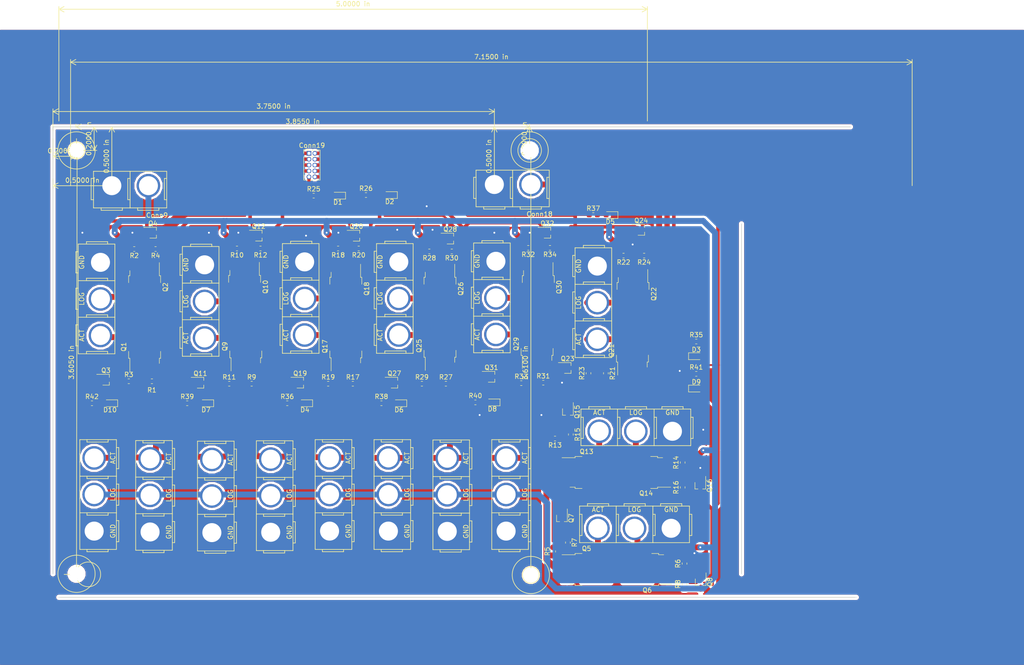
<source format=kicad_pcb>
(kicad_pcb (version 20171130) (host pcbnew "(5.0.0)")
  (layers (0 F.Cu signal) (31 B.Cu signal) (34 B.Paste user) (35 F.Paste user) (36 B.SilkS user) (37 F.SilkS user) (38 B.Mask user) (39 F.Mask user) (44 Edge.Cuts user))
  (net 0 "")
  (net 1 "Net-(Conn2-Pad2)")
  (net 2 "Net-(Conn3-Pad2)")
  (net 3 "Net-(Conn4-Pad2)")
  (net 4 "Net-(Conn5-Pad2)")
  (net 5 "Net-(Conn6-Pad2)")
  (net 6 "Net-(Conn2-Pad3)")
  (net 7 "Net-(Conn3-Pad3)")
  (net 8 "Net-(Conn4-Pad3)")
  (net 9 "Net-(Conn5-Pad3)")
  (net 10 "Net-(Conn6-Pad3)")
  (net 11 "Net-(Conn7-Pad3)")
  (net 12 GND)
  (net 13 /Vlog)
  (net 14 /Vact)
  (net 15 "Net-(D1-Pad2)")
  (net 16 "Net-(D2-Pad2)")
  (net 17 "Net-(Q9-Pad1)")
  (net 18 "Net-(Q10-Pad1)")
  (net 19 "Net-(Q13-Pad1)")
  (net 20 "Net-(Q14-Pad1)")
  (net 21 "Net-(Q25-Pad1)")
  (net 22 "Net-(Q26-Pad1)")
  (net 23 "Net-(Q29-Pad1)")
  (net 24 "Net-(Q30-Pad1)")
  (net 25 "Net-(Conn1-Pad2)")
  (net 26 "Net-(Q1-Pad1)")
  (net 27 "Net-(Conn1-Pad3)")
  (net 28 "Net-(Q2-Pad1)")
  (net 29 "Net-(Q5-Pad1)")
  (net 30 "Net-(Q6-Pad1)")
  (net 31 "Net-(Q17-Pad1)")
  (net 32 "Net-(Q18-Pad1)")
  (net 33 "Net-(Q21-Pad1)")
  (net 34 "Net-(Q22-Pad1)")
  (net 35 "Net-(Conn7-Pad2)")
  (net 36 "Net-(Conn8-Pad3)")
  (net 37 "Net-(Conn8-Pad2)")
  (net 38 /PL3)
  (net 39 /PL2)
  (net 40 /PL1)
  (net 41 /PL0)
  (net 42 /PL5)
  (net 43 /PL4)
  (net 44 /PG0)
  (net 45 /PF3)
  (net 46 "Net-(Q3-Pad3)")
  (net 47 "Net-(Q4-Pad3)")
  (net 48 "Net-(Q7-Pad3)")
  (net 49 "Net-(Q8-Pad3)")
  (net 50 "Net-(Q11-Pad3)")
  (net 51 "Net-(Q12-Pad3)")
  (net 52 "Net-(Q15-Pad3)")
  (net 53 "Net-(Q16-Pad3)")
  (net 54 "Net-(Q19-Pad3)")
  (net 55 "Net-(Q20-Pad3)")
  (net 56 "Net-(Q23-Pad3)")
  (net 57 "Net-(Q24-Pad3)")
  (net 58 "Net-(Q27-Pad3)")
  (net 59 "Net-(Q28-Pad3)")
  (net 60 "Net-(Q31-Pad3)")
  (net 61 "Net-(Q32-Pad3)")
  (net 62 "Net-(Conn19-Pad9)")
  (net 63 "Net-(Conn19-Pad10)")
  (net 64 "Net-(D3-Pad2)")
  (net 65 "Net-(D4-Pad2)")
  (net 66 "Net-(D5-Pad2)")
  (net 67 "Net-(D6-Pad2)")
  (net 68 "Net-(D7-Pad2)")
  (net 69 "Net-(D8-Pad2)")
  (net 70 "Net-(D9-Pad2)")
  (net 71 "Net-(D10-Pad2)")
  (module MRDT_Drill_Holes:4_40_Hole (layer F.Cu) (at 46.99 142.24)
    (fp_text reference REF** hide)
    (fp_text value 4_40_Hole hide)
    (pad "" np_thru_hole circle (at 0 0) (size 2.9464 2.9464) (drill 2.9464) (layers *.Cu *.Mask))
  )
  (module MRDT_Drill_Holes:4_40_Hole (layer F.Cu) (at 145.034 142.494)
    (fp_text reference REF** hide)
    (fp_text value 4_40_Hole hide)
    (pad "" np_thru_hole circle (at 0 0) (size 2.9464 2.9464) (drill 2.9464) (layers *.Cu *.Mask))
  )
  (module MRDT_Drill_Holes:4_40_Hole (layer F.Cu) (at 46.99 50.8)
    (fp_text reference REF** hide)
    (fp_text value 4_40_Hole hide)
    (pad "" np_thru_hole circle (at 0 0) (size 2.9464 2.9464) (drill 2.9464) (layers *.Cu *.Mask))
  )
  (module MRDT_Drill_Holes:4_40_Hole (layer F.Cu) (at 144.78 50.8)
    (fp_text reference REF** hide)
    (fp_text value 4_40_Hole hide)
    (pad "" np_thru_hole circle (at 0 0) (size 2.9464 2.9464) (drill 2.9464) (layers *.Cu *.Mask))
  )
  (module MRDT_Connectors:Anderson_3_Vertical_Side_by_Side (layer F.Cu) (at 179.261782 127.61606 180)
    (fp_text reference Conn2)
    (fp_text value AndersonPP hide)
    (fp_text user ACT (at 19.749 -0.762 180) (layer F.SilkS))
    (fp_text user LOG (at 11.849 -0.762 180) (layer F.SilkS))
    (fp_text user GND (at 3.937 -0.762 180) (layer F.SilkS))
    (pad 3 thru_hole circle (at 19.75 -4.8 90) (size 5.08 5.08) (drill 4.104006) (layers *.Cu *.Mask) (net 6 "Net-(Conn2-Pad3)"))
    (pad 2 thru_hole circle (at 11.85 -4.8 90) (size 5.08 5.08) (drill 4.104006) (layers *.Cu *.Mask) (net 1 "Net-(Conn2-Pad2)"))
    (pad 1 thru_hole circle (at 3.95 -4.8 90) (size 5.08 5.08) (drill 4.104006) (layers *.Cu *.Mask) (net 12 GND))
  )
  (module MRDT_Connectors:Anderson_3_Vertical_Side_by_Side (layer F.Cu) (at 69.83106 71.563218 270)
    (fp_text reference Conn3)
    (fp_text value AndersonPP hide)
    (fp_text user GND (at 3.937 -0.762 270) (layer F.SilkS))
    (fp_text user LOG (at 11.849 -0.762 270) (layer F.SilkS))
    (fp_text user ACT (at 19.749 -0.762 270) (layer F.SilkS))
    (pad 1 thru_hole circle (at 3.95 -4.8 180) (size 5.08 5.08) (drill 4.104006) (layers *.Cu *.Mask) (net 12 GND))
    (pad 2 thru_hole circle (at 11.85 -4.8 180) (size 5.08 5.08) (drill 4.104006) (layers *.Cu *.Mask) (net 2 "Net-(Conn3-Pad2)"))
    (pad 3 thru_hole circle (at 19.75 -4.8 180) (size 5.08 5.08) (drill 4.104006) (layers *.Cu *.Mask) (net 7 "Net-(Conn3-Pad3)"))
  )
  (module MRDT_Connectors:Anderson_3_Vertical_Side_by_Side (layer F.Cu) (at 179.541782 106.66106 180)
    (fp_text reference Conn4)
    (fp_text value AndersonPP hide)
    (fp_text user ACT (at 19.749 -0.762 180) (layer F.SilkS))
    (fp_text user LOG (at 11.849 -0.762 180) (layer F.SilkS))
    (fp_text user GND (at 3.937 -0.762 180) (layer F.SilkS))
    (pad 3 thru_hole circle (at 19.75 -4.8 90) (size 5.08 5.08) (drill 4.104006) (layers *.Cu *.Mask) (net 8 "Net-(Conn4-Pad3)"))
    (pad 2 thru_hole circle (at 11.85 -4.8 90) (size 5.08 5.08) (drill 4.104006) (layers *.Cu *.Mask) (net 3 "Net-(Conn4-Pad2)"))
    (pad 1 thru_hole circle (at 3.95 -4.8 90) (size 5.08 5.08) (drill 4.104006) (layers *.Cu *.Mask) (net 12 GND))
  )
  (module MRDT_Connectors:Anderson_3_Vertical_Side_by_Side (layer F.Cu) (at 91.42106 70.928218 270)
    (fp_text reference Conn5)
    (fp_text value AndersonPP hide)
    (fp_text user GND (at 3.937 -0.762 270) (layer F.SilkS))
    (fp_text user LOG (at 11.849 -0.762 270) (layer F.SilkS))
    (fp_text user ACT (at 19.749 -0.762 270) (layer F.SilkS))
    (pad 1 thru_hole circle (at 3.95 -4.8 180) (size 5.08 5.08) (drill 4.104006) (layers *.Cu *.Mask) (net 12 GND))
    (pad 2 thru_hole circle (at 11.85 -4.8 180) (size 5.08 5.08) (drill 4.104006) (layers *.Cu *.Mask) (net 4 "Net-(Conn5-Pad2)"))
    (pad 3 thru_hole circle (at 19.75 -4.8 180) (size 5.08 5.08) (drill 4.104006) (layers *.Cu *.Mask) (net 9 "Net-(Conn5-Pad3)"))
  )
  (module MRDT_Connectors:Anderson_3_Vertical_Side_by_Side (layer F.Cu) (at 154.585 71.835744 270)
    (fp_text reference Conn6)
    (fp_text value AndersonPP hide)
    (fp_text user ACT (at 19.749 -0.762 270) (layer F.SilkS))
    (fp_text user LOG (at 11.849 -0.762 270) (layer F.SilkS))
    (fp_text user GND (at 3.937 -0.762 270) (layer F.SilkS))
    (pad 3 thru_hole circle (at 19.75 -4.8 180) (size 5.08 5.08) (drill 4.104006) (layers *.Cu *.Mask) (net 10 "Net-(Conn6-Pad3)"))
    (pad 2 thru_hole circle (at 11.85 -4.8 180) (size 5.08 5.08) (drill 4.104006) (layers *.Cu *.Mask) (net 5 "Net-(Conn6-Pad2)"))
    (pad 1 thru_hole circle (at 3.95 -4.8 180) (size 5.08 5.08) (drill 4.104006) (layers *.Cu *.Mask) (net 12 GND))
  )
  (module MRDT_Connectors:Anderson_3_Vertical_Side_by_Side (layer F.Cu) (at 111.74106 70.928218 270)
    (fp_text reference Conn7)
    (fp_text value AndersonPP hide)
    (fp_text user GND (at 3.937 -0.762 270) (layer F.SilkS))
    (fp_text user LOG (at 11.849 -0.762 270) (layer F.SilkS))
    (fp_text user ACT (at 19.749 -0.762 270) (layer F.SilkS))
    (pad 1 thru_hole circle (at 3.95 -4.8 180) (size 5.08 5.08) (drill 4.104006) (layers *.Cu *.Mask) (net 12 GND))
    (pad 2 thru_hole circle (at 11.85 -4.8 180) (size 5.08 5.08) (drill 4.104006) (layers *.Cu *.Mask) (net 35 "Net-(Conn7-Pad2)"))
    (pad 3 thru_hole circle (at 19.75 -4.8 180) (size 5.08 5.08) (drill 4.104006) (layers *.Cu *.Mask) (net 11 "Net-(Conn7-Pad3)"))
  )
  (module MRDT_Connectors:Anderson_3_Vertical_Side_by_Side (layer F.Cu) (at 132.69606 70.801218 270)
    (fp_text reference Conn8)
    (fp_text value AndersonPP hide)
    (fp_text user ACT (at 19.749 -0.762 270) (layer F.SilkS))
    (fp_text user LOG (at 11.849 -0.762 270) (layer F.SilkS))
    (fp_text user GND (at 3.937 -0.762 270) (layer F.SilkS))
    (pad 3 thru_hole circle (at 19.75 -4.8 180) (size 5.08 5.08) (drill 4.104006) (layers *.Cu *.Mask) (net 36 "Net-(Conn8-Pad3)"))
    (pad 2 thru_hole circle (at 11.85 -4.8 180) (size 5.08 5.08) (drill 4.104006) (layers *.Cu *.Mask) (net 37 "Net-(Conn8-Pad2)"))
    (pad 1 thru_hole circle (at 3.95 -4.8 180) (size 5.08 5.08) (drill 4.104006) (layers *.Cu *.Mask) (net 12 GND))
  )
  (module MRDT_Connectors:Anderson_3_Vertical_Side_by_Side (layer F.Cu) (at 81 137.3 90)
    (fp_text reference Conn10)
    (fp_text value AndersonPP hide)
    (fp_text user GND (at 3.937 -0.762 90) (layer F.SilkS))
    (fp_text user LOG (at 11.849 -0.762 90) (layer F.SilkS))
    (fp_text user ACT (at 19.749 -0.762 90) (layer F.SilkS))
    (pad 1 thru_hole circle (at 3.95 -4.8) (size 5.08 5.08) (drill 4.104006) (layers *.Cu *.Mask) (net 12 GND))
    (pad 2 thru_hole circle (at 11.85 -4.8) (size 5.08 5.08) (drill 4.104006) (layers *.Cu *.Mask) (net 13 /Vlog))
    (pad 3 thru_hole circle (at 19.75 -4.8) (size 5.08 5.08) (drill 4.104006) (layers *.Cu *.Mask) (net 14 /Vact))
  )
  (module MRDT_Connectors:Anderson_3_Vertical_Side_by_Side (layer F.Cu) (at 144.5 136.971 90)
    (fp_text reference Conn11)
    (fp_text value AndersonPP hide)
    (fp_text user ACT (at 19.749 -0.762 90) (layer F.SilkS))
    (fp_text user LOG (at 11.849 -0.762 90) (layer F.SilkS))
    (fp_text user GND (at 3.937 -0.762 90) (layer F.SilkS))
    (pad 3 thru_hole circle (at 19.75 -4.8) (size 5.08 5.08) (drill 4.104006) (layers *.Cu *.Mask) (net 14 /Vact))
    (pad 2 thru_hole circle (at 11.85 -4.8) (size 5.08 5.08) (drill 4.104006) (layers *.Cu *.Mask) (net 13 /Vlog))
    (pad 1 thru_hole circle (at 3.95 -4.8) (size 5.08 5.08) (drill 4.104006) (layers *.Cu *.Mask) (net 12 GND))
  )
  (module MRDT_Connectors:Anderson_3_Vertical_Side_by_Side (layer F.Cu) (at 93.7 137.225 90)
    (fp_text reference Conn12)
    (fp_text value AndersonPP hide)
    (fp_text user ACT (at 19.749 -0.762 90) (layer F.SilkS))
    (fp_text user LOG (at 11.849 -0.762 90) (layer F.SilkS))
    (fp_text user GND (at 3.937 -0.762 90) (layer F.SilkS))
    (pad 3 thru_hole circle (at 19.75 -4.8) (size 5.08 5.08) (drill 4.104006) (layers *.Cu *.Mask) (net 14 /Vact))
    (pad 2 thru_hole circle (at 11.85 -4.8) (size 5.08 5.08) (drill 4.104006) (layers *.Cu *.Mask) (net 13 /Vlog))
    (pad 1 thru_hole circle (at 3.95 -4.8) (size 5.08 5.08) (drill 4.104006) (layers *.Cu *.Mask) (net 12 GND))
  )
  (module MRDT_Connectors:Anderson_3_Vertical_Side_by_Side (layer F.Cu) (at 106.4 136.971 90)
    (fp_text reference Conn13)
    (fp_text value AndersonPP hide)
    (fp_text user GND (at 3.937 -0.762 90) (layer F.SilkS))
    (fp_text user LOG (at 11.849 -0.762 90) (layer F.SilkS))
    (fp_text user ACT (at 19.749 -0.762 90) (layer F.SilkS))
    (pad 1 thru_hole circle (at 3.95 -4.8) (size 5.08 5.08) (drill 4.104006) (layers *.Cu *.Mask) (net 12 GND))
    (pad 2 thru_hole circle (at 11.85 -4.8) (size 5.08 5.08) (drill 4.104006) (layers *.Cu *.Mask) (net 13 /Vlog))
    (pad 3 thru_hole circle (at 19.75 -4.8) (size 5.08 5.08) (drill 4.104006) (layers *.Cu *.Mask) (net 14 /Vact))
  )
  (module MRDT_Connectors:Anderson_3_Vertical_Side_by_Side (layer F.Cu) (at 119.1 136.971 90)
    (fp_text reference Conn14)
    (fp_text value AndersonPP hide)
    (fp_text user GND (at 3.937 -0.762 90) (layer F.SilkS))
    (fp_text user LOG (at 11.849 -0.762 90) (layer F.SilkS))
    (fp_text user ACT (at 19.749 -0.762 90) (layer F.SilkS))
    (pad 1 thru_hole circle (at 3.95 -4.8) (size 5.08 5.08) (drill 4.104006) (layers *.Cu *.Mask) (net 12 GND))
    (pad 2 thru_hole circle (at 11.85 -4.8) (size 5.08 5.08) (drill 4.104006) (layers *.Cu *.Mask) (net 13 /Vlog))
    (pad 3 thru_hole circle (at 19.75 -4.8) (size 5.08 5.08) (drill 4.104006) (layers *.Cu *.Mask) (net 14 /Vact))
  )
  (module MRDT_Connectors:Anderson_3_Vertical_Side_by_Side (layer F.Cu) (at 55.6 136.971 90)
    (fp_text reference Conn15)
    (fp_text value AndersonPP hide)
    (fp_text user ACT (at 19.749 -0.762 90) (layer F.SilkS))
    (fp_text user LOG (at 11.849 -0.762 90) (layer F.SilkS))
    (fp_text user GND (at 3.937 -0.762 90) (layer F.SilkS))
    (pad 3 thru_hole circle (at 19.75 -4.8) (size 5.08 5.08) (drill 4.104006) (layers *.Cu *.Mask) (net 14 /Vact))
    (pad 2 thru_hole circle (at 11.85 -4.8) (size 5.08 5.08) (drill 4.104006) (layers *.Cu *.Mask) (net 13 /Vlog))
    (pad 1 thru_hole circle (at 3.95 -4.8) (size 5.08 5.08) (drill 4.104006) (layers *.Cu *.Mask) (net 12 GND))
  )
  (module MRDT_Connectors:Anderson_3_Vertical_Side_by_Side (layer F.Cu) (at 131.8 137.033 90)
    (fp_text reference Conn16)
    (fp_text value AndersonPP hide)
    (fp_text user GND (at 3.937 -0.762 90) (layer F.SilkS))
    (fp_text user LOG (at 11.849 -0.762 90) (layer F.SilkS))
    (fp_text user ACT (at 19.749 -0.762 90) (layer F.SilkS))
    (pad 1 thru_hole circle (at 3.95 -4.8) (size 5.08 5.08) (drill 4.104006) (layers *.Cu *.Mask) (net 12 GND))
    (pad 2 thru_hole circle (at 11.85 -4.8) (size 5.08 5.08) (drill 4.104006) (layers *.Cu *.Mask) (net 13 /Vlog))
    (pad 3 thru_hole circle (at 19.75 -4.8) (size 5.08 5.08) (drill 4.104006) (layers *.Cu *.Mask) (net 14 /Vact))
  )
  (module LED_SMD:LED_0603_1608Metric_Pad1.05x0.95mm_HandSolder (layer F.Cu) (at 103.392 60.579 180)
    (fp_text reference D1 (at 0 -1.43 180) (layer F.SilkS))
    (fp_text value LED)
    (pad 1 smd roundrect (at -0.875 0 180) (size 1.05 0.95) (layers F.Cu F.Paste F.Mask) (net 12 GND))
    (pad 2 smd roundrect (at 0.875 0 180) (size 1.05 0.95) (layers F.Cu F.Paste F.Mask) (net 15 "Net-(D1-Pad2)"))
  )
  (module LED_SMD:LED_0603_1608Metric_Pad1.05x0.95mm_HandSolder (layer F.Cu) (at 114.568 60.452 180)
    (fp_text reference D2 (at 0 -1.43 180) (layer F.SilkS))
    (fp_text value LED)
    (pad 2 smd roundrect (at 0.875 0 180) (size 1.05 0.95) (layers F.Cu F.Paste F.Mask) (net 16 "Net-(D2-Pad2)"))
    (pad 1 smd roundrect (at -0.875 0 180) (size 1.05 0.95) (layers F.Cu F.Paste F.Mask) (net 12 GND))
  )
  (module Package_TO_SOT_SMD:TO-252-2 (layer F.Cu) (at 61.68818 93.234654 90)
    (fp_text reference Q1 (at 0 -4.5 90) (layer F.SilkS))
    (fp_text value Q_PMOS_GDS)
    (pad 1 smd rect (at -4.2 -2.28 90) (size 2.2 1.2) (layers F.Cu F.Paste F.Mask) (net 26 "Net-(Q1-Pad1)"))
    (pad 3 smd rect (at -4.2 2.28 90) (size 2.2 1.2) (layers F.Cu F.Paste F.Mask) (net 14 /Vact))
    (pad 2 smd rect (at 2.1 0 90) (size 6.4 5.8) (layers F.Cu F.Mask) (net 27 "Net-(Conn1-Pad3)"))
  )
  (module Package_TO_SOT_SMD:TO-252-2 (layer F.Cu) (at 61.68818 80.339654 270)
    (fp_text reference Q2 (at 0 -4.5 270) (layer F.SilkS))
    (fp_text value Q_PMOS_GDS)
    (pad 2 smd rect (at 2.1 0 270) (size 6.4 5.8) (layers F.Cu F.Mask) (net 25 "Net-(Conn1-Pad2)"))
    (pad 3 smd rect (at -4.2 2.28 270) (size 2.2 1.2) (layers F.Cu F.Paste F.Mask) (net 13 /Vlog))
    (pad 1 smd rect (at -4.2 -2.28 270) (size 2.2 1.2) (layers F.Cu F.Paste F.Mask) (net 28 "Net-(Q2-Pad1)"))
  )
  (module Package_TO_SOT_SMD:SOT-323_SC-70_Handsoldering (layer F.Cu) (at 53.34 100.33)
    (fp_text reference Q3 (at 0 -2) (layer F.SilkS))
    (fp_text value Q_NMOS_GSD)
    (pad 3 smd rect (at 1.33 0 270) (size 0.45 1.5) (layers F.Cu F.Paste F.Mask) (net 46 "Net-(Q3-Pad3)"))
    (pad 2 smd rect (at -1.33 0.65 270) (size 0.45 1.5) (layers F.Cu F.Paste F.Mask) (net 12 GND))
    (pad 1 smd rect (at -1.33 -0.65 270) (size 0.45 1.5) (layers F.Cu F.Paste F.Mask) (net 38 /PL3))
  )
  (module Package_TO_SOT_SMD:SOT-323_SC-70_Handsoldering (layer F.Cu) (at 63.5 68.58)
    (fp_text reference Q4 (at 0 -2) (layer F.SilkS))
    (fp_text value Q_NMOS_GSD)
    (pad 1 smd rect (at -1.33 -0.65 270) (size 0.45 1.5) (layers F.Cu F.Paste F.Mask) (net 38 /PL3))
    (pad 2 smd rect (at -1.33 0.65 270) (size 0.45 1.5) (layers F.Cu F.Paste F.Mask) (net 12 GND))
    (pad 3 smd rect (at 1.33 0 270) (size 0.45 1.5) (layers F.Cu F.Paste F.Mask) (net 47 "Net-(Q4-Pad3)"))
  )
  (module Package_TO_SOT_SMD:TO-252-2 (layer F.Cu) (at 157.056782 141.30606)
    (fp_text reference Q5 (at 0 -4.5) (layer F.SilkS))
    (fp_text value Q_PMOS_GDS)
    (pad 1 smd rect (at -4.2 -2.28) (size 2.2 1.2) (layers F.Cu F.Paste F.Mask) (net 29 "Net-(Q5-Pad1)"))
    (pad 3 smd rect (at -4.2 2.28) (size 2.2 1.2) (layers F.Cu F.Paste F.Mask) (net 14 /Vact))
    (pad 2 smd rect (at 2.1 0) (size 6.4 5.8) (layers F.Cu F.Mask) (net 6 "Net-(Conn2-Pad3)"))
  )
  (module Package_TO_SOT_SMD:TO-252-2 (layer F.Cu) (at 170.146782 141.30606 180)
    (fp_text reference Q6 (at 0 -4.5 180) (layer F.SilkS))
    (fp_text value Q_PMOS_GDS)
    (pad 2 smd rect (at 2.1 0 180) (size 6.4 5.8) (layers F.Cu F.Mask) (net 1 "Net-(Conn2-Pad2)"))
    (pad 3 smd rect (at -4.2 2.28 180) (size 2.2 1.2) (layers F.Cu F.Paste F.Mask) (net 13 /Vlog))
    (pad 1 smd rect (at -4.2 -2.28 180) (size 2.2 1.2) (layers F.Cu F.Paste F.Mask) (net 30 "Net-(Q6-Pad1)"))
  )
  (module Package_TO_SOT_SMD:SOT-323_SC-70_Handsoldering (layer F.Cu) (at 151.75 130.235 270)
    (fp_text reference Q7 (at 0 -2 270) (layer F.SilkS))
    (fp_text value Q_NMOS_GSD)
    (pad 3 smd rect (at 1.33 0 180) (size 0.45 1.5) (layers F.Cu F.Paste F.Mask) (net 48 "Net-(Q7-Pad3)"))
    (pad 2 smd rect (at -1.33 0.65 180) (size 0.45 1.5) (layers F.Cu F.Paste F.Mask) (net 12 GND))
    (pad 1 smd rect (at -1.33 -0.65 180) (size 0.45 1.5) (layers F.Cu F.Paste F.Mask) (net 39 /PL2))
  )
  (module Package_TO_SOT_SMD:SOT-323_SC-70_Handsoldering (layer F.Cu) (at 181.68394 144.02606 270)
    (fp_text reference Q8 (at 0 -2 270) (layer F.SilkS))
    (fp_text value Q_NMOS_GSD)
    (pad 1 smd rect (at -1.33 -0.65 180) (size 0.45 1.5) (layers F.Cu F.Paste F.Mask) (net 39 /PL2))
    (pad 2 smd rect (at -1.33 0.65 180) (size 0.45 1.5) (layers F.Cu F.Paste F.Mask) (net 12 GND))
    (pad 3 smd rect (at 1.33 0 180) (size 0.45 1.5) (layers F.Cu F.Paste F.Mask) (net 49 "Net-(Q8-Pad3)"))
  )
  (module Package_TO_SOT_SMD:TO-252-2 (layer F.Cu) (at 83.52106 93.133218 90)
    (fp_text reference Q9 (at 0 -4.5 90) (layer F.SilkS))
    (fp_text value Q_PMOS_GDS)
    (pad 1 smd rect (at -4.2 -2.28 90) (size 2.2 1.2) (layers F.Cu F.Paste F.Mask) (net 17 "Net-(Q9-Pad1)"))
    (pad 3 smd rect (at -4.2 2.28 90) (size 2.2 1.2) (layers F.Cu F.Paste F.Mask) (net 14 /Vact))
    (pad 2 smd rect (at 2.1 0 90) (size 6.4 5.8) (layers F.Cu F.Mask) (net 7 "Net-(Conn3-Pad3)"))
  )
  (module Package_TO_SOT_SMD:TO-252-2 (layer F.Cu) (at 83.26606 80.273218 270)
    (fp_text reference Q10 (at 0 -4.5 270) (layer F.SilkS))
    (fp_text value Q_PMOS_GDS)
    (pad 2 smd rect (at 2.1 0 270) (size 6.4 5.8) (layers F.Cu F.Mask) (net 2 "Net-(Conn3-Pad2)"))
    (pad 3 smd rect (at -4.2 2.28 270) (size 2.2 1.2) (layers F.Cu F.Paste F.Mask) (net 13 /Vlog))
    (pad 1 smd rect (at -4.2 -2.28 270) (size 2.2 1.2) (layers F.Cu F.Paste F.Mask) (net 18 "Net-(Q10-Pad1)"))
  )
  (module Package_TO_SOT_SMD:SOT-323_SC-70_Handsoldering (layer F.Cu) (at 73.72 100.98)
    (fp_text reference Q11 (at 0 -2) (layer F.SilkS))
    (fp_text value Q_NMOS_GSD)
    (pad 3 smd rect (at 1.33 0 270) (size 0.45 1.5) (layers F.Cu F.Paste F.Mask) (net 50 "Net-(Q11-Pad3)"))
    (pad 2 smd rect (at -1.33 0.65 270) (size 0.45 1.5) (layers F.Cu F.Paste F.Mask) (net 12 GND))
    (pad 1 smd rect (at -1.33 -0.65 270) (size 0.45 1.5) (layers F.Cu F.Paste F.Mask) (net 40 /PL1))
  )
  (module Package_TO_SOT_SMD:SOT-323_SC-70_Handsoldering (layer F.Cu) (at 86.3 69.215)
    (fp_text reference Q12 (at 0 -2) (layer F.SilkS))
    (fp_text value Q_NMOS_GSD)
    (pad 1 smd rect (at -1.33 -0.65 270) (size 0.45 1.5) (layers F.Cu F.Paste F.Mask) (net 40 /PL1))
    (pad 2 smd rect (at -1.33 0.65 270) (size 0.45 1.5) (layers F.Cu F.Paste F.Mask) (net 12 GND))
    (pad 3 smd rect (at 1.33 0 270) (size 0.45 1.5) (layers F.Cu F.Paste F.Mask) (net 51 "Net-(Q12-Pad3)"))
  )
  (module Package_TO_SOT_SMD:TO-252-2 (layer F.Cu) (at 157.056782 120.35106)
    (fp_text reference Q13 (at 0 -4.5) (layer F.SilkS))
    (fp_text value Q_PMOS_GDS)
    (pad 1 smd rect (at -4.2 -2.28) (size 2.2 1.2) (layers F.Cu F.Paste F.Mask) (net 19 "Net-(Q13-Pad1)"))
    (pad 3 smd rect (at -4.2 2.28) (size 2.2 1.2) (layers F.Cu F.Paste F.Mask) (net 14 /Vact))
    (pad 2 smd rect (at 2.1 0) (size 6.4 5.8) (layers F.Cu F.Mask) (net 8 "Net-(Conn4-Pad3)"))
  )
  (module Package_TO_SOT_SMD:TO-252-2 (layer F.Cu) (at 169.916782 120.35106 180)
    (fp_text reference Q14 (at 0 -4.5 180) (layer F.SilkS))
    (fp_text value Q_PMOS_GDS)
    (pad 2 smd rect (at 2.1 0 180) (size 6.4 5.8) (layers F.Cu F.Mask) (net 3 "Net-(Conn4-Pad2)"))
    (pad 3 smd rect (at -4.2 2.28 180) (size 2.2 1.2) (layers F.Cu F.Paste F.Mask) (net 13 /Vlog))
    (pad 1 smd rect (at -4.2 -2.28 180) (size 2.2 1.2) (layers F.Cu F.Paste F.Mask) (net 20 "Net-(Q14-Pad1)"))
  )
  (module Package_TO_SOT_SMD:SOT-323_SC-70_Handsoldering (layer F.Cu) (at 153.035 107.255 270)
    (fp_text reference Q15 (at 0 -2 270) (layer F.SilkS))
    (fp_text value Q_NMOS_GSD)
    (pad 1 smd rect (at -1.33 -0.65 180) (size 0.45 1.5) (layers F.Cu F.Paste F.Mask) (net 41 /PL0))
    (pad 2 smd rect (at -1.33 0.65 180) (size 0.45 1.5) (layers F.Cu F.Paste F.Mask) (net 12 GND))
    (pad 3 smd rect (at 1.33 0 180) (size 0.45 1.5) (layers F.Cu F.Paste F.Mask) (net 52 "Net-(Q15-Pad3)"))
  )
  (module Package_TO_SOT_SMD:SOT-323_SC-70_Handsoldering (layer F.Cu) (at 181.61 123.19 270)
    (fp_text reference Q16 (at 0 -2 270) (layer F.SilkS))
    (fp_text value Q_NMOS_GSD)
    (pad 3 smd rect (at 1.33 0 180) (size 0.45 1.5) (layers F.Cu F.Paste F.Mask) (net 53 "Net-(Q16-Pad3)"))
    (pad 2 smd rect (at -1.33 0.65 180) (size 0.45 1.5) (layers F.Cu F.Paste F.Mask) (net 12 GND))
    (pad 1 smd rect (at -1.33 -0.65 180) (size 0.45 1.5) (layers F.Cu F.Paste F.Mask) (net 41 /PL0))
  )
  (module Package_TO_SOT_SMD:TO-252-2 (layer F.Cu) (at 105.11106 93.133218 90)
    (fp_text reference Q17 (at 0 -4.5 90) (layer F.SilkS))
    (fp_text value Q_PMOS_GDS)
    (pad 1 smd rect (at -4.2 -2.28 90) (size 2.2 1.2) (layers F.Cu F.Paste F.Mask) (net 31 "Net-(Q17-Pad1)"))
    (pad 3 smd rect (at -4.2 2.28 90) (size 2.2 1.2) (layers F.Cu F.Paste F.Mask) (net 14 /Vact))
    (pad 2 smd rect (at 2.1 0 90) (size 6.4 5.8) (layers F.Cu F.Mask) (net 9 "Net-(Conn5-Pad3)"))
  )
  (module Package_TO_SOT_SMD:TO-252-2 (layer F.Cu) (at 105.11106 80.678218 270)
    (fp_text reference Q18 (at 0 -4.5 270) (layer F.SilkS))
    (fp_text value Q_PMOS_GDS)
    (pad 1 smd rect (at -4.2 -2.28 270) (size 2.2 1.2) (layers F.Cu F.Paste F.Mask) (net 32 "Net-(Q18-Pad1)"))
    (pad 3 smd rect (at -4.2 2.28 270) (size 2.2 1.2) (layers F.Cu F.Paste F.Mask) (net 13 /Vlog))
    (pad 2 smd rect (at 2.1 0 270) (size 6.4 5.8) (layers F.Cu F.Mask) (net 4 "Net-(Conn5-Pad2)"))
  )
  (module Package_TO_SOT_SMD:SOT-323_SC-70_Handsoldering (layer F.Cu) (at 95.25 100.965)
    (fp_text reference Q19 (at 0 -2) (layer F.SilkS))
    (fp_text value Q_NMOS_GSD)
    (pad 1 smd rect (at -1.33 -0.65 270) (size 0.45 1.5) (layers F.Cu F.Paste F.Mask) (net 42 /PL5))
    (pad 2 smd rect (at -1.33 0.65 270) (size 0.45 1.5) (layers F.Cu F.Paste F.Mask) (net 12 GND))
    (pad 3 smd rect (at 1.33 0 270) (size 0.45 1.5) (layers F.Cu F.Paste F.Mask) (net 54 "Net-(Q19-Pad3)"))
  )
  (module Package_TO_SOT_SMD:SOT-323_SC-70_Handsoldering (layer F.Cu) (at 107.375 69.23)
    (fp_text reference Q20 (at 0 -2) (layer F.SilkS))
    (fp_text value Q_NMOS_GSD)
    (pad 3 smd rect (at 1.33 0 270) (size 0.45 1.5) (layers F.Cu F.Paste F.Mask) (net 55 "Net-(Q20-Pad3)"))
    (pad 2 smd rect (at -1.33 0.65 270) (size 0.45 1.5) (layers F.Cu F.Paste F.Mask) (net 12 GND))
    (pad 1 smd rect (at -1.33 -0.65 270) (size 0.45 1.5) (layers F.Cu F.Paste F.Mask) (net 42 /PL5))
  )
  (module Package_TO_SOT_SMD:TO-252-2 (layer F.Cu) (at 166.96106 94.040744 90)
    (fp_text reference Q21 (at 0 -4.5 90) (layer F.SilkS))
    (fp_text value Q_PMOS_GDS)
    (pad 2 smd rect (at 2.1 0 90) (size 6.4 5.8) (layers F.Cu F.Mask) (net 10 "Net-(Conn6-Pad3)"))
    (pad 3 smd rect (at -4.2 2.28 90) (size 2.2 1.2) (layers F.Cu F.Paste F.Mask) (net 14 /Vact))
    (pad 1 smd rect (at -4.2 -2.28 90) (size 2.2 1.2) (layers F.Cu F.Paste F.Mask) (net 33 "Net-(Q21-Pad1)"))
  )
  (module Package_TO_SOT_SMD:TO-252-2 (layer F.Cu) (at 167.08606 81.815744 270)
    (fp_text reference Q22 (at 0 -4.5 270) (layer F.SilkS))
    (fp_text value Q_PMOS_GDS)
    (pad 2 smd rect (at 2.1 0 270) (size 6.4 5.8) (layers F.Cu F.Mask) (net 5 "Net-(Conn6-Pad2)"))
    (pad 3 smd rect (at -4.2 2.28 270) (size 2.2 1.2) (layers F.Cu F.Paste F.Mask) (net 13 /Vlog))
    (pad 1 smd rect (at -4.2 -2.28 270) (size 2.2 1.2) (layers F.Cu F.Paste F.Mask) (net 34 "Net-(Q22-Pad1)"))
  )
  (module Package_TO_SOT_SMD:SOT-323_SC-70_Handsoldering (layer F.Cu) (at 152.975 97.79)
    (fp_text reference Q23 (at 0 -2) (layer F.SilkS))
    (fp_text value Q_NMOS_GSD)
    (pad 1 smd rect (at -1.33 -0.65 270) (size 0.45 1.5) (layers F.Cu F.Paste F.Mask) (net 43 /PL4))
    (pad 2 smd rect (at -1.33 0.65 270) (size 0.45 1.5) (layers F.Cu F.Paste F.Mask) (net 12 GND))
    (pad 3 smd rect (at 1.33 0 270) (size 0.45 1.5) (layers F.Cu F.Paste F.Mask) (net 56 "Net-(Q23-Pad3)"))
  )
  (module Package_TO_SOT_SMD:SOT-323_SC-70_Handsoldering (layer F.Cu) (at 168.85 67.96)
    (fp_text reference Q24 (at 0 -2) (layer F.SilkS))
    (fp_text value Q_NMOS_GSD)
    (pad 3 smd rect (at 1.33 0 270) (size 0.45 1.5) (layers F.Cu F.Paste F.Mask) (net 57 "Net-(Q24-Pad3)"))
    (pad 2 smd rect (at -1.33 0.65 270) (size 0.45 1.5) (layers F.Cu F.Paste F.Mask) (net 12 GND))
    (pad 1 smd rect (at -1.33 -0.65 270) (size 0.45 1.5) (layers F.Cu F.Paste F.Mask) (net 43 /PL4))
  )
  (module Package_TO_SOT_SMD:TO-252-2 (layer F.Cu) (at 125.43106 93.006218 90)
    (fp_text reference Q25 (at 0 -4.5 90) (layer F.SilkS))
    (fp_text value Q_PMOS_GDS)
    (pad 1 smd rect (at -4.2 -2.28 90) (size 2.2 1.2) (layers F.Cu F.Paste F.Mask) (net 21 "Net-(Q25-Pad1)"))
    (pad 3 smd rect (at -4.2 2.28 90) (size 2.2 1.2) (layers F.Cu F.Paste F.Mask) (net 14 /Vact))
    (pad 2 smd rect (at 2.1 0 90) (size 6.4 5.8) (layers F.Cu F.Mask) (net 11 "Net-(Conn7-Pad3)"))
  )
  (module Package_TO_SOT_SMD:TO-252-2 (layer F.Cu) (at 125.43106 80.678218 270)
    (fp_text reference Q26 (at 0 -4.5 270) (layer F.SilkS))
    (fp_text value Q_PMOS_GDS)
    (pad 1 smd rect (at -4.2 -2.28 270) (size 2.2 1.2) (layers F.Cu F.Paste F.Mask) (net 22 "Net-(Q26-Pad1)"))
    (pad 3 smd rect (at -4.2 2.28 270) (size 2.2 1.2) (layers F.Cu F.Paste F.Mask) (net 13 /Vlog))
    (pad 2 smd rect (at 2.1 0 270) (size 6.4 5.8) (layers F.Cu F.Mask) (net 35 "Net-(Conn7-Pad2)"))
  )
  (module Package_TO_SOT_SMD:SOT-323_SC-70_Handsoldering (layer F.Cu) (at 115.57 100.965)
    (fp_text reference Q27 (at 0 -2) (layer F.SilkS))
    (fp_text value Q_NMOS_GSD)
    (pad 1 smd rect (at -1.33 -0.65 270) (size 0.45 1.5) (layers F.Cu F.Paste F.Mask) (net 44 /PG0))
    (pad 2 smd rect (at -1.33 0.65 270) (size 0.45 1.5) (layers F.Cu F.Paste F.Mask) (net 12 GND))
    (pad 3 smd rect (at 1.33 0 270) (size 0.45 1.5) (layers F.Cu F.Paste F.Mask) (net 58 "Net-(Q27-Pad3)"))
  )
  (module Package_TO_SOT_SMD:SOT-323_SC-70_Handsoldering (layer F.Cu) (at 127.635 69.85)
    (fp_text reference Q28 (at 0 -2) (layer F.SilkS))
    (fp_text value Q_NMOS_GSD)
    (pad 3 smd rect (at 1.33 0 270) (size 0.45 1.5) (layers F.Cu F.Paste F.Mask) (net 59 "Net-(Q28-Pad3)"))
    (pad 2 smd rect (at -1.33 0.65 270) (size 0.45 1.5) (layers F.Cu F.Paste F.Mask) (net 12 GND))
    (pad 1 smd rect (at -1.33 -0.65 270) (size 0.45 1.5) (layers F.Cu F.Paste F.Mask) (net 44 /PG0))
  )
  (module Package_TO_SOT_SMD:TO-252-2 (layer F.Cu) (at 146.38606 92.601218 90)
    (fp_text reference Q29 (at 0 -4.5 90) (layer F.SilkS))
    (fp_text value Q_PMOS_GDS)
    (pad 2 smd rect (at 2.1 0 90) (size 6.4 5.8) (layers F.Cu F.Mask) (net 36 "Net-(Conn8-Pad3)"))
    (pad 3 smd rect (at -4.2 2.28 90) (size 2.2 1.2) (layers F.Cu F.Paste F.Mask) (net 14 /Vact))
    (pad 1 smd rect (at -4.2 -2.28 90) (size 2.2 1.2) (layers F.Cu F.Paste F.Mask) (net 23 "Net-(Q29-Pad1)"))
  )
  (module Package_TO_SOT_SMD:TO-252-2 (layer F.Cu) (at 146.64106 80.321218 270)
    (fp_text reference Q30 (at 0 -4.5 270) (layer F.SilkS))
    (fp_text value Q_PMOS_GDS)
    (pad 2 smd rect (at 2.1 0 270) (size 6.4 5.8) (layers F.Cu F.Mask) (net 37 "Net-(Conn8-Pad2)"))
    (pad 3 smd rect (at -4.2 2.28 270) (size 2.2 1.2) (layers F.Cu F.Paste F.Mask) (net 13 /Vlog))
    (pad 1 smd rect (at -4.2 -2.28 270) (size 2.2 1.2) (layers F.Cu F.Paste F.Mask) (net 24 "Net-(Q30-Pad1)"))
  )
  (module Package_TO_SOT_SMD:SOT-323_SC-70_Handsoldering (layer F.Cu) (at 136.525 99.695)
    (fp_text reference Q31 (at 0 -2) (layer F.SilkS))
    (fp_text value Q_NMOS_GSD)
    (pad 1 smd rect (at -1.33 -0.65 270) (size 0.45 1.5) (layers F.Cu F.Paste F.Mask) (net 45 /PF3))
    (pad 2 smd rect (at -1.33 0.65 270) (size 0.45 1.5) (layers F.Cu F.Paste F.Mask) (net 12 GND))
    (pad 3 smd rect (at 1.33 0 270) (size 0.45 1.5) (layers F.Cu F.Paste F.Mask) (net 60 "Net-(Q31-Pad3)"))
  )
  (module Package_TO_SOT_SMD:SOT-323_SC-70_Handsoldering (layer F.Cu) (at 148.59 68.58)
    (fp_text reference Q32 (at 0 -2) (layer F.SilkS))
    (fp_text value Q_NMOS_GSD)
    (pad 3 smd rect (at 1.33 0 270) (size 0.45 1.5) (layers F.Cu F.Paste F.Mask) (net 61 "Net-(Q32-Pad3)"))
    (pad 2 smd rect (at -1.33 0.65 270) (size 0.45 1.5) (layers F.Cu F.Paste F.Mask) (net 12 GND))
    (pad 1 smd rect (at -1.33 -0.65 270) (size 0.45 1.5) (layers F.Cu F.Paste F.Mask) (net 45 /PF3))
  )
  (module Resistor_SMD:R_0603_1608Metric_Pad1.05x0.95mm_HandSolder (layer F.Cu) (at 63.26 100.659654)
    (fp_text reference R1 (at 0 1.905) (layer F.SilkS))
    (fp_text value 22k)
    (pad 2 smd roundrect (at 0.875 0) (size 1.05 0.95) (layers F.Cu F.Paste F.Mask) (net 14 /Vact))
    (pad 1 smd roundrect (at -0.875 0) (size 1.05 0.95) (layers F.Cu F.Paste F.Mask) (net 26 "Net-(Q1-Pad1)"))
  )
  (module Resistor_SMD:R_0603_1608Metric_Pad1.05x0.95mm_HandSolder (layer F.Cu) (at 59.44818 72.099654 180)
    (fp_text reference R2 (at 0 -1.43 180) (layer F.SilkS))
    (fp_text value 22k)
    (pad 1 smd roundrect (at -0.875 0 180) (size 1.05 0.95) (layers F.Cu F.Paste F.Mask) (net 28 "Net-(Q2-Pad1)"))
    (pad 2 smd roundrect (at 0.875 0 180) (size 1.05 0.95) (layers F.Cu F.Paste F.Mask) (net 13 /Vlog))
  )
  (module Resistor_SMD:R_0603_1608Metric_Pad1.05x0.95mm_HandSolder (layer F.Cu) (at 58.27318 100.659654)
    (fp_text reference R3 (at 0 -1.43) (layer F.SilkS))
    (fp_text value 22k)
    (pad 1 smd roundrect (at -0.875 0) (size 1.05 0.95) (layers F.Cu F.Paste F.Mask) (net 46 "Net-(Q3-Pad3)"))
    (pad 2 smd roundrect (at 0.875 0) (size 1.05 0.95) (layers F.Cu F.Paste F.Mask) (net 26 "Net-(Q1-Pad1)"))
  )
  (module Resistor_SMD:R_0603_1608Metric_Pad1.05x0.95mm_HandSolder (layer F.Cu) (at 64.04818 72.099654 180)
    (fp_text reference R4 (at 0 -1.43 180) (layer F.SilkS))
    (fp_text value 22k)
    (pad 2 smd roundrect (at 0.875 0 180) (size 1.05 0.95) (layers F.Cu F.Paste F.Mask) (net 28 "Net-(Q2-Pad1)"))
    (pad 1 smd roundrect (at -0.875 0 180) (size 1.05 0.95) (layers F.Cu F.Paste F.Mask) (net 47 "Net-(Q4-Pad3)"))
  )
  (module Resistor_SMD:R_0603_1608Metric_Pad1.05x0.95mm_HandSolder (layer F.Cu) (at 149.86 137.4 270)
    (fp_text reference R5 (at 0 1.27 270) (layer F.SilkS))
    (fp_text value 22k)
    (pad 2 smd roundrect (at 0.875 0 270) (size 1.05 0.95) (layers F.Cu F.Paste F.Mask) (net 14 /Vact))
    (pad 1 smd roundrect (at -0.875 0 270) (size 1.05 0.95) (layers F.Cu F.Paste F.Mask) (net 29 "Net-(Q5-Pad1)"))
  )
  (module Resistor_SMD:R_0603_1608Metric_Pad1.05x0.95mm_HandSolder (layer F.Cu) (at 178.206782 140.03606 90)
    (fp_text reference R6 (at 0 -1.43 90) (layer F.SilkS))
    (fp_text value 22k)
    (pad 1 smd roundrect (at -0.875 0 90) (size 1.05 0.95) (layers F.Cu F.Paste F.Mask) (net 30 "Net-(Q6-Pad1)"))
    (pad 2 smd roundrect (at 0.875 0 90) (size 1.05 0.95) (layers F.Cu F.Paste F.Mask) (net 13 /Vlog))
  )
  (module Resistor_SMD:R_0603_1608Metric_Pad1.05x0.95mm_HandSolder (layer F.Cu) (at 153.035 135.495 270)
    (fp_text reference R7 (at 0 -1.43 270) (layer F.SilkS))
    (fp_text value 22k)
    (pad 1 smd roundrect (at -0.875 0 270) (size 1.05 0.95) (layers F.Cu F.Paste F.Mask) (net 48 "Net-(Q7-Pad3)"))
    (pad 2 smd roundrect (at 0.875 0 270) (size 1.05 0.95) (layers F.Cu F.Paste F.Mask) (net 29 "Net-(Q5-Pad1)"))
  )
  (module Resistor_SMD:R_0603_1608Metric_Pad1.05x0.95mm_HandSolder (layer F.Cu) (at 178.206782 144.48106 90)
    (fp_text reference R8 (at 0 -1.43 90) (layer F.SilkS))
    (fp_text value 22k)
    (pad 2 smd roundrect (at 0.875 0 90) (size 1.05 0.95) (layers F.Cu F.Paste F.Mask) (net 30 "Net-(Q6-Pad1)"))
    (pad 1 smd roundrect (at -0.875 0 90) (size 1.05 0.95) (layers F.Cu F.Paste F.Mask) (net 49 "Net-(Q8-Pad3)"))
  )
  (module Resistor_SMD:R_0603_1608Metric_Pad1.05x0.95mm_HandSolder (layer F.Cu) (at 84.79106 101.193218)
    (fp_text reference R9 (at 0 -1.43) (layer F.SilkS))
    (fp_text value 22k)
    (pad 2 smd roundrect (at 0.875 0) (size 1.05 0.95) (layers F.Cu F.Paste F.Mask) (net 14 /Vact))
    (pad 1 smd roundrect (at -0.875 0) (size 1.05 0.95) (layers F.Cu F.Paste F.Mask) (net 17 "Net-(Q9-Pad1)"))
  )
  (module Resistor_SMD:R_0603_1608Metric_Pad1.05x0.95mm_HandSolder (layer F.Cu) (at 81.61606 71.983218 180)
    (fp_text reference R10 (at 0 -1.43 180) (layer F.SilkS))
    (fp_text value 22k)
    (pad 2 smd roundrect (at 0.875 0 180) (size 1.05 0.95) (layers F.Cu F.Paste F.Mask) (net 13 /Vlog))
    (pad 1 smd roundrect (at -0.875 0 180) (size 1.05 0.95) (layers F.Cu F.Paste F.Mask) (net 18 "Net-(Q10-Pad1)"))
  )
  (module Resistor_SMD:R_0603_1608Metric_Pad1.05x0.95mm_HandSolder (layer F.Cu) (at 79.95106 101.193218)
    (fp_text reference R11 (at 0 -1.43) (layer F.SilkS))
    (fp_text value 22k)
    (pad 1 smd roundrect (at -0.875 0) (size 1.05 0.95) (layers F.Cu F.Paste F.Mask) (net 50 "Net-(Q11-Pad3)"))
    (pad 2 smd roundrect (at 0.875 0) (size 1.05 0.95) (layers F.Cu F.Paste F.Mask) (net 17 "Net-(Q9-Pad1)"))
  )
  (module Resistor_SMD:R_0603_1608Metric_Pad1.05x0.95mm_HandSolder (layer F.Cu) (at 86.69606 71.983218 180)
    (fp_text reference R12 (at 0 -1.43 180) (layer F.SilkS))
    (fp_text value 22k)
    (pad 1 smd roundrect (at -0.875 0 180) (size 1.05 0.95) (layers F.Cu F.Paste F.Mask) (net 51 "Net-(Q12-Pad3)"))
    (pad 2 smd roundrect (at 0.875 0 180) (size 1.05 0.95) (layers F.Cu F.Paste F.Mask) (net 18 "Net-(Q10-Pad1)"))
  )
  (module Resistor_SMD:R_0603_1608Metric_Pad1.05x0.95mm_HandSolder (layer F.Cu) (at 150.255 113.03 180)
    (fp_text reference R13 (at 0 -1.43 180) (layer F.SilkS))
    (fp_text value 22k)
    (pad 1 smd roundrect (at -0.875 0 180) (size 1.05 0.95) (layers F.Cu F.Paste F.Mask) (net 19 "Net-(Q13-Pad1)"))
    (pad 2 smd roundrect (at 0.875 0 180) (size 1.05 0.95) (layers F.Cu F.Paste F.Mask) (net 14 /Vact))
  )
  (module Resistor_SMD:R_0603_1608Metric_Pad1.05x0.95mm_HandSolder (layer F.Cu) (at 177.8 118.20606 90)
    (fp_text reference R14 (at 0 -1.43 90) (layer F.SilkS))
    (fp_text value 22k)
    (pad 1 smd roundrect (at -0.875 0 90) (size 1.05 0.95) (layers F.Cu F.Paste F.Mask) (net 20 "Net-(Q14-Pad1)"))
    (pad 2 smd roundrect (at 0.875 0 90) (size 1.05 0.95) (layers F.Cu F.Paste F.Mask) (net 13 /Vlog))
  )
  (module Resistor_SMD:R_0603_1608Metric_Pad1.05x0.95mm_HandSolder (layer F.Cu) (at 153.67 112.155 270)
    (fp_text reference R15 (at 0 -1.43 270) (layer F.SilkS))
    (fp_text value 22k)
    (pad 2 smd roundrect (at 0.875 0 270) (size 1.05 0.95) (layers F.Cu F.Paste F.Mask) (net 19 "Net-(Q13-Pad1)"))
    (pad 1 smd roundrect (at -0.875 0 270) (size 1.05 0.95) (layers F.Cu F.Paste F.Mask) (net 52 "Net-(Q15-Pad3)"))
  )
  (module Resistor_SMD:R_0603_1608Metric_Pad1.05x0.95mm_HandSolder (layer F.Cu) (at 177.8 123.585 90)
    (fp_text reference R16 (at 0 -1.43 90) (layer F.SilkS))
    (fp_text value 22k)
    (pad 2 smd roundrect (at 0.875 0 90) (size 1.05 0.95) (layers F.Cu F.Paste F.Mask) (net 20 "Net-(Q14-Pad1)"))
    (pad 1 smd roundrect (at -0.875 0 90) (size 1.05 0.95) (layers F.Cu F.Paste F.Mask) (net 53 "Net-(Q16-Pad3)"))
  )
  (module Resistor_SMD:R_0603_1608Metric_Pad1.05x0.95mm_HandSolder (layer F.Cu) (at 106.62106 101.193218)
    (fp_text reference R17 (at 0 -1.43) (layer F.SilkS))
    (fp_text value 22k)
    (pad 1 smd roundrect (at -0.875 0) (size 1.05 0.95) (layers F.Cu F.Paste F.Mask) (net 31 "Net-(Q17-Pad1)"))
    (pad 2 smd roundrect (at 0.875 0) (size 1.05 0.95) (layers F.Cu F.Paste F.Mask) (net 14 /Vact))
  )
  (module Resistor_SMD:R_0603_1608Metric_Pad1.05x0.95mm_HandSolder (layer F.Cu) (at 103.44606 71.983218 180)
    (fp_text reference R18 (at 0 -1.43 180) (layer F.SilkS))
    (fp_text value 22k)
    (pad 1 smd roundrect (at -0.875 0 180) (size 1.05 0.95) (layers F.Cu F.Paste F.Mask) (net 32 "Net-(Q18-Pad1)"))
    (pad 2 smd roundrect (at 0.875 0 180) (size 1.05 0.95) (layers F.Cu F.Paste F.Mask) (net 13 /Vlog))
  )
  (module Resistor_SMD:R_0603_1608Metric_Pad1.05x0.95mm_HandSolder (layer F.Cu) (at 101.30106 101.193218)
    (fp_text reference R19 (at 0 -1.43) (layer F.SilkS))
    (fp_text value 22k)
    (pad 2 smd roundrect (at 0.875 0) (size 1.05 0.95) (layers F.Cu F.Paste F.Mask) (net 31 "Net-(Q17-Pad1)"))
    (pad 1 smd roundrect (at -0.875 0) (size 1.05 0.95) (layers F.Cu F.Paste F.Mask) (net 54 "Net-(Q19-Pad3)"))
  )
  (module Resistor_SMD:R_0603_1608Metric_Pad1.05x0.95mm_HandSolder (layer F.Cu) (at 107.89106 71.983218 180)
    (fp_text reference R20 (at 0 -1.43 180) (layer F.SilkS))
    (fp_text value 22k)
    (pad 2 smd roundrect (at 0.875 0 180) (size 1.05 0.95) (layers F.Cu F.Paste F.Mask) (net 32 "Net-(Q18-Pad1)"))
    (pad 1 smd roundrect (at -0.875 0 180) (size 1.05 0.95) (layers F.Cu F.Paste F.Mask) (net 55 "Net-(Q20-Pad3)"))
  )
  (module Resistor_SMD:R_0603_1608Metric_Pad1.05x0.95mm_HandSolder (layer F.Cu) (at 161.23106 98.937526 270)
    (fp_text reference R21 (at 0 -1.43 270) (layer F.SilkS))
    (fp_text value 22k)
    (pad 1 smd roundrect (at -0.875 0 270) (size 1.05 0.95) (layers F.Cu F.Paste F.Mask) (net 33 "Net-(Q21-Pad1)"))
    (pad 2 smd roundrect (at 0.875 0 270) (size 1.05 0.95) (layers F.Cu F.Paste F.Mask) (net 14 /Vact))
  )
  (module Resistor_SMD:R_0603_1608Metric_Pad1.05x0.95mm_HandSolder (layer F.Cu) (at 165.04106 73.525744 180)
    (fp_text reference R22 (at 0 -1.43 180) (layer F.SilkS))
    (fp_text value 22k)
    (pad 1 smd roundrect (at -0.875 0 180) (size 1.05 0.95) (layers F.Cu F.Paste F.Mask) (net 34 "Net-(Q22-Pad1)"))
    (pad 2 smd roundrect (at 0.875 0 180) (size 1.05 0.95) (layers F.Cu F.Paste F.Mask) (net 13 /Vlog))
  )
  (module Resistor_SMD:R_0603_1608Metric_Pad1.05x0.95mm_HandSolder (layer F.Cu) (at 157.48 98.937526 90)
    (fp_text reference R23 (at 0 -1.43 90) (layer F.SilkS))
    (fp_text value 22k)
    (pad 2 smd roundrect (at 0.875 0 90) (size 1.05 0.95) (layers F.Cu F.Paste F.Mask) (net 33 "Net-(Q21-Pad1)"))
    (pad 1 smd roundrect (at -0.875 0 90) (size 1.05 0.95) (layers F.Cu F.Paste F.Mask) (net 56 "Net-(Q23-Pad3)"))
  )
  (module Resistor_SMD:R_0603_1608Metric_Pad1.05x0.95mm_HandSolder (layer F.Cu) (at 169.48606 73.525744 180)
    (fp_text reference R24 (at 0 -1.43 180) (layer F.SilkS))
    (fp_text value 22k)
    (pad 2 smd roundrect (at 0.875 0 180) (size 1.05 0.95) (layers F.Cu F.Paste F.Mask) (net 34 "Net-(Q22-Pad1)"))
    (pad 1 smd roundrect (at -0.875 0 180) (size 1.05 0.95) (layers F.Cu F.Paste F.Mask) (net 57 "Net-(Q24-Pad3)"))
  )
  (module Resistor_SMD:R_0603_1608Metric_Pad1.05x0.95mm_HandSolder (layer F.Cu) (at 98.171 60.579)
    (fp_text reference R25 (at 0 -1.43) (layer F.SilkS))
    (fp_text value 300)
    (pad 1 smd roundrect (at -0.875 0) (size 1.05 0.95) (layers F.Cu F.Paste F.Mask) (net 62 "Net-(Conn19-Pad9)"))
    (pad 2 smd roundrect (at 0.875 0) (size 1.05 0.95) (layers F.Cu F.Paste F.Mask) (net 15 "Net-(D1-Pad2)"))
  )
  (module Resistor_SMD:R_0603_1608Metric_Pad1.05x0.95mm_HandSolder (layer F.Cu) (at 109.46 60.452)
    (fp_text reference R26 (at 0 -1.43) (layer F.SilkS))
    (fp_text value 300)
    (pad 1 smd roundrect (at -0.875 0) (size 1.05 0.95) (layers F.Cu F.Paste F.Mask) (net 63 "Net-(Conn19-Pad10)"))
    (pad 2 smd roundrect (at 0.875 0) (size 1.05 0.95) (layers F.Cu F.Paste F.Mask) (net 16 "Net-(D2-Pad2)"))
  )
  (module Resistor_SMD:R_0603_1608Metric_Pad1.05x0.95mm_HandSolder (layer F.Cu) (at 126.70106 101.193218)
    (fp_text reference R27 (at 0 -1.43) (layer F.SilkS))
    (fp_text value 22k)
    (pad 1 smd roundrect (at -0.875 0) (size 1.05 0.95) (layers F.Cu F.Paste F.Mask) (net 21 "Net-(Q25-Pad1)"))
    (pad 2 smd roundrect (at 0.875 0) (size 1.05 0.95) (layers F.Cu F.Paste F.Mask) (net 14 /Vact))
  )
  (module Resistor_SMD:R_0603_1608Metric_Pad1.05x0.95mm_HandSolder (layer F.Cu) (at 123.13106 72.618218 180)
    (fp_text reference R28 (at 0 -1.43 180) (layer F.SilkS))
    (fp_text value 22k)
    (pad 2 smd roundrect (at 0.875 0 180) (size 1.05 0.95) (layers F.Cu F.Paste F.Mask) (net 13 /Vlog))
    (pad 1 smd roundrect (at -0.875 0 180) (size 1.05 0.95) (layers F.Cu F.Paste F.Mask) (net 22 "Net-(Q26-Pad1)"))
  )
  (module Resistor_SMD:R_0603_1608Metric_Pad1.05x0.95mm_HandSolder (layer F.Cu) (at 121.525 101.193218)
    (fp_text reference R29 (at 0 -1.43) (layer F.SilkS))
    (fp_text value 22k)
    (pad 2 smd roundrect (at 0.875 0) (size 1.05 0.95) (layers F.Cu F.Paste F.Mask) (net 21 "Net-(Q25-Pad1)"))
    (pad 1 smd roundrect (at -0.875 0) (size 1.05 0.95) (layers F.Cu F.Paste F.Mask) (net 58 "Net-(Q27-Pad3)"))
  )
  (module Resistor_SMD:R_0603_1608Metric_Pad1.05x0.95mm_HandSolder (layer F.Cu) (at 127.97106 72.618218 180)
    (fp_text reference R30 (at 0 -1.43 180) (layer F.SilkS))
    (fp_text value 22k)
    (pad 2 smd roundrect (at 0.875 0 180) (size 1.05 0.95) (layers F.Cu F.Paste F.Mask) (net 22 "Net-(Q26-Pad1)"))
    (pad 1 smd roundrect (at -0.875 0 180) (size 1.05 0.95) (layers F.Cu F.Paste F.Mask) (net 59 "Net-(Q28-Pad3)"))
  )
  (module Resistor_SMD:R_0603_1608Metric_Pad1.05x0.95mm_HandSolder (layer F.Cu) (at 147.715 100.965)
    (fp_text reference R31 (at 0 -1.43) (layer F.SilkS))
    (fp_text value 22k)
    (pad 1 smd roundrect (at -0.875 0) (size 1.05 0.95) (layers F.Cu F.Paste F.Mask) (net 23 "Net-(Q29-Pad1)"))
    (pad 2 smd roundrect (at 0.875 0) (size 1.05 0.95) (layers F.Cu F.Paste F.Mask) (net 14 /Vact))
  )
  (module Resistor_SMD:R_0603_1608Metric_Pad1.05x0.95mm_HandSolder (layer F.Cu) (at 144.48106 71.856218 180)
    (fp_text reference R32 (at 0 -1.43 180) (layer F.SilkS))
    (fp_text value 22k)
    (pad 1 smd roundrect (at -0.875 0 180) (size 1.05 0.95) (layers F.Cu F.Paste F.Mask) (net 24 "Net-(Q30-Pad1)"))
    (pad 2 smd roundrect (at 0.875 0 180) (size 1.05 0.95) (layers F.Cu F.Paste F.Mask) (net 13 /Vlog))
  )
  (module Resistor_SMD:R_0603_1608Metric_Pad1.05x0.95mm_HandSolder (layer F.Cu) (at 142.97106 101.066218)
    (fp_text reference R33 (at 0 -1.43) (layer F.SilkS))
    (fp_text value 22k)
    (pad 2 smd roundrect (at 0.875 0) (size 1.05 0.95) (layers F.Cu F.Paste F.Mask) (net 23 "Net-(Q29-Pad1)"))
    (pad 1 smd roundrect (at -0.875 0) (size 1.05 0.95) (layers F.Cu F.Paste F.Mask) (net 60 "Net-(Q31-Pad3)"))
  )
  (module Resistor_SMD:R_0603_1608Metric_Pad1.05x0.95mm_HandSolder (layer F.Cu) (at 149.16606 71.856218 180)
    (fp_text reference R34 (at 0 -1.43 180) (layer F.SilkS))
    (fp_text value 22k)
    (pad 2 smd roundrect (at 0.875 0 180) (size 1.05 0.95) (layers F.Cu F.Paste F.Mask) (net 24 "Net-(Q30-Pad1)"))
    (pad 1 smd roundrect (at -0.875 0 180) (size 1.05 0.95) (layers F.Cu F.Paste F.Mask) (net 61 "Net-(Q32-Pad3)"))
  )
  (module MRDT_Connectors:Anderson_3_Vertical_Side_by_Side (layer F.Cu) (at 47.36318 71.029654 270)
    (fp_text reference Conn1)
    (fp_text value AndersonPP hide)
    (fp_text user GND (at 3.937 -0.762 270) (layer F.SilkS))
    (fp_text user LOG (at 11.849 -0.762 270) (layer F.SilkS))
    (fp_text user ACT (at 19.749 -0.762 270) (layer F.SilkS))
    (pad 1 thru_hole circle (at 3.95 -4.8 180) (size 5.08 5.08) (drill 4.104006) (layers *.Cu *.Mask) (net 12 GND))
    (pad 2 thru_hole circle (at 11.85 -4.8 180) (size 5.08 5.08) (drill 4.104006) (layers *.Cu *.Mask) (net 25 "Net-(Conn1-Pad2)"))
    (pad 3 thru_hole circle (at 19.75 -4.8 180) (size 5.08 5.08) (drill 4.104006) (layers *.Cu *.Mask) (net 27 "Net-(Conn1-Pad3)"))
  )
  (module MRDT_Connectors:Anderson_2_Vertical_Sidy_by_Side (layer F.Cu) (at 133.21 62.966)
    (fp_text reference Conn18 (at 13.7 1.6) (layer F.SilkS))
    (fp_text value AndersonPP hide)
    (pad 1 thru_hole circle (at 3.95 -4.8 270) (size 5.08 5.08) (drill 4.104006) (layers *.Cu *.Mask) (net 12 GND))
    (pad 2 thru_hole circle (at 11.85 -4.8 270) (size 5.08 5.08) (drill 4.104006) (layers *.Cu *.Mask) (net 14 /Vact))
  )
  (module MRDT_Connectors:Anderson_2_Vertical_Sidy_by_Side (layer F.Cu) (at 50.66 63.22)
    (fp_text reference Conn9 (at 13.7 1.6) (layer F.SilkS))
    (fp_text value AndersonPP hide)
    (pad 1 thru_hole circle (at 3.95 -4.8 270) (size 5.08 5.08) (drill 4.104006) (layers *.Cu *.Mask) (net 12 GND))
    (pad 2 thru_hole circle (at 11.85 -4.8 270) (size 5.08 5.08) (drill 4.104006) (layers *.Cu *.Mask) (net 13 /Vlog))
  )
  (module MRDT_Connectors:Anderson_3_Vertical_Side_by_Side (layer F.Cu) (at 67.665 137.16 90)
    (fp_text reference Conn17)
    (fp_text value AndersonPP hide)
    (fp_text user GND (at 3.937 -0.762 90) (layer F.SilkS))
    (fp_text user LOG (at 11.849 -0.762 90) (layer F.SilkS))
    (fp_text user ACT (at 19.749 -0.762 90) (layer F.SilkS))
    (pad 1 thru_hole circle (at 3.95 -4.8) (size 5.08 5.08) (drill 4.104006) (layers *.Cu *.Mask) (net 12 GND))
    (pad 2 thru_hole circle (at 11.85 -4.8) (size 5.08 5.08) (drill 4.104006) (layers *.Cu *.Mask) (net 13 /Vlog))
    (pad 3 thru_hole circle (at 19.75 -4.8) (size 5.08 5.08) (drill 4.104006) (layers *.Cu *.Mask) (net 14 /Vact))
  )
  (module Connector_PinHeader_1.27mm:PinHeader_2x05_P1.27mm_Vertical (layer F.Cu) (at 97.155 51.435)
    (fp_text reference Conn19 (at 0.635 -1.695) (layer F.SilkS))
    (fp_text value Molex_SL_10)
    (pad 1 thru_hole rect (at 0 0) (size 1 1) (drill 0.65) (layers *.Cu *.Mask) (net 38 /PL3))
    (pad 2 thru_hole oval (at 1.27 0) (size 1 1) (drill 0.65) (layers *.Cu *.Mask) (net 39 /PL2))
    (pad 3 thru_hole oval (at 0 1.27) (size 1 1) (drill 0.65) (layers *.Cu *.Mask) (net 40 /PL1))
    (pad 4 thru_hole oval (at 1.27 1.27) (size 1 1) (drill 0.65) (layers *.Cu *.Mask) (net 41 /PL0))
    (pad 5 thru_hole oval (at 0 2.54) (size 1 1) (drill 0.65) (layers *.Cu *.Mask) (net 42 /PL5))
    (pad 6 thru_hole oval (at 1.27 2.54) (size 1 1) (drill 0.65) (layers *.Cu *.Mask) (net 43 /PL4))
    (pad 7 thru_hole oval (at 0 3.81) (size 1 1) (drill 0.65) (layers *.Cu *.Mask) (net 44 /PG0))
    (pad 8 thru_hole oval (at 1.27 3.81) (size 1 1) (drill 0.65) (layers *.Cu *.Mask) (net 45 /PF3))
    (pad 9 thru_hole oval (at 0 5.08) (size 1 1) (drill 0.65) (layers *.Cu *.Mask) (net 62 "Net-(Conn19-Pad9)"))
    (pad 10 thru_hole oval (at 1.27 5.08) (size 1 1) (drill 0.65) (layers *.Cu *.Mask) (net 63 "Net-(Conn19-Pad10)"))
  )
  (module LED_SMD:LED_0603_1608Metric_Pad1.05x0.95mm_HandSolder (layer F.Cu) (at 180.735 95.25)
    (fp_text reference D3 (at 0 -1.43) (layer F.SilkS))
    (fp_text value OrangeLED)
    (pad 1 smd roundrect (at -0.875 0) (size 1.05 0.95) (layers F.Cu F.Paste F.Mask) (net 12 GND))
    (pad 2 smd roundrect (at 0.875 0) (size 1.05 0.95) (layers F.Cu F.Paste F.Mask) (net 64 "Net-(D3-Pad2)"))
  )
  (module LED_SMD:LED_0603_1608Metric_Pad1.05x0.95mm_HandSolder (layer F.Cu) (at 96.28 105.41 180)
    (fp_text reference D4 (at 0 -1.43 180) (layer F.SilkS))
    (fp_text value OrangeLED)
    (pad 2 smd roundrect (at 0.875 0 180) (size 1.05 0.95) (layers F.Cu F.Paste F.Mask) (net 65 "Net-(D4-Pad2)"))
    (pad 1 smd roundrect (at -0.875 0 180) (size 1.05 0.95) (layers F.Cu F.Paste F.Mask) (net 12 GND))
  )
  (module LED_SMD:LED_0603_1608Metric_Pad1.05x0.95mm_HandSolder (layer F.Cu) (at 162.165 64.77 180)
    (fp_text reference D5 (at 0 -1.43 180) (layer F.SilkS))
    (fp_text value OrangeLED)
    (pad 2 smd roundrect (at 0.875 0 180) (size 1.05 0.95) (layers F.Cu F.Paste F.Mask) (net 66 "Net-(D5-Pad2)"))
    (pad 1 smd roundrect (at -0.875 0 180) (size 1.05 0.95) (layers F.Cu F.Paste F.Mask) (net 12 GND))
  )
  (module LED_SMD:LED_0603_1608Metric_Pad1.05x0.95mm_HandSolder (layer F.Cu) (at 116.6 105.41 180)
    (fp_text reference D6 (at 0 -1.43 180) (layer F.SilkS))
    (fp_text value OrangeLED)
    (pad 1 smd roundrect (at -0.875 0 180) (size 1.05 0.95) (layers F.Cu F.Paste F.Mask) (net 12 GND))
    (pad 2 smd roundrect (at 0.875 0 180) (size 1.05 0.95) (layers F.Cu F.Paste F.Mask) (net 67 "Net-(D6-Pad2)"))
  )
  (module LED_SMD:LED_0603_1608Metric_Pad1.05x0.95mm_HandSolder (layer F.Cu) (at 74.93 105.41 180)
    (fp_text reference D7 (at 0 -1.43 180) (layer F.SilkS))
    (fp_text value OrangeLED)
    (pad 2 smd roundrect (at 0.875 0 180) (size 1.05 0.95) (layers F.Cu F.Paste F.Mask) (net 68 "Net-(D7-Pad2)"))
    (pad 1 smd roundrect (at -0.875 0 180) (size 1.05 0.95) (layers F.Cu F.Paste F.Mask) (net 12 GND))
  )
  (module LED_SMD:LED_0603_1608Metric_Pad1.05x0.95mm_HandSolder (layer F.Cu) (at 136.721774 105.224242 180)
    (fp_text reference D8 (at 0 -1.43 180) (layer F.SilkS))
    (fp_text value OrangeLED)
    (pad 1 smd roundrect (at -0.875 0 180) (size 1.05 0.95) (layers F.Cu F.Paste F.Mask) (net 12 GND))
    (pad 2 smd roundrect (at 0.875 0 180) (size 1.05 0.95) (layers F.Cu F.Paste F.Mask) (net 69 "Net-(D8-Pad2)"))
  )
  (module LED_SMD:LED_0603_1608Metric_Pad1.05x0.95mm_HandSolder (layer F.Cu) (at 180.735 102.235)
    (fp_text reference D9 (at 0 -1.43) (layer F.SilkS))
    (fp_text value OrangeLED)
    (pad 1 smd roundrect (at -0.875 0) (size 1.05 0.95) (layers F.Cu F.Paste F.Mask) (net 12 GND))
    (pad 2 smd roundrect (at 0.875 0) (size 1.05 0.95) (layers F.Cu F.Paste F.Mask) (net 70 "Net-(D9-Pad2)"))
  )
  (module LED_SMD:LED_0603_1608Metric_Pad1.05x0.95mm_HandSolder (layer F.Cu) (at 54.215 105.41 180)
    (fp_text reference D10 (at 0 -1.43 180) (layer F.SilkS))
    (fp_text value OrangeLED)
    (pad 2 smd roundrect (at 0.875 0 180) (size 1.05 0.95) (layers F.Cu F.Paste F.Mask) (net 71 "Net-(D10-Pad2)"))
    (pad 1 smd roundrect (at -0.875 0 180) (size 1.05 0.95) (layers F.Cu F.Paste F.Mask) (net 12 GND))
  )
  (module Resistor_SMD:R_0603_1608Metric_Pad1.05x0.95mm_HandSolder (layer F.Cu) (at 180.735 92.075)
    (fp_text reference R35 (at 0 -1.43) (layer F.SilkS))
    (fp_text value 300)
    (pad 1 smd roundrect (at -0.875 0) (size 1.05 0.95) (layers F.Cu F.Paste F.Mask) (net 41 /PL0))
    (pad 2 smd roundrect (at 0.875 0) (size 1.05 0.95) (layers F.Cu F.Paste F.Mask) (net 64 "Net-(D3-Pad2)"))
  )
  (module Resistor_SMD:R_0603_1608Metric_Pad1.05x0.95mm_HandSolder (layer F.Cu) (at 92.47 105.41)
    (fp_text reference R36 (at 0 -1.43) (layer F.SilkS))
    (fp_text value 300)
    (pad 2 smd roundrect (at 0.875 0) (size 1.05 0.95) (layers F.Cu F.Paste F.Mask) (net 65 "Net-(D4-Pad2)"))
    (pad 1 smd roundrect (at -0.875 0) (size 1.05 0.95) (layers F.Cu F.Paste F.Mask) (net 42 /PL5))
  )
  (module Resistor_SMD:R_0603_1608Metric_Pad1.05x0.95mm_HandSolder (layer F.Cu) (at 158.51 64.77)
    (fp_text reference R37 (at 0 -1.43) (layer F.SilkS))
    (fp_text value 300)
    (pad 1 smd roundrect (at -0.875 0) (size 1.05 0.95) (layers F.Cu F.Paste F.Mask) (net 43 /PL4))
    (pad 2 smd roundrect (at 0.875 0) (size 1.05 0.95) (layers F.Cu F.Paste F.Mask) (net 66 "Net-(D5-Pad2)"))
  )
  (module Resistor_SMD:R_0603_1608Metric_Pad1.05x0.95mm_HandSolder (layer F.Cu) (at 112.79 105.41)
    (fp_text reference R38 (at 0 -1.43) (layer F.SilkS))
    (fp_text value 300)
    (pad 2 smd roundrect (at 0.875 0) (size 1.05 0.95) (layers F.Cu F.Paste F.Mask) (net 67 "Net-(D6-Pad2)"))
    (pad 1 smd roundrect (at -0.875 0) (size 1.05 0.95) (layers F.Cu F.Paste F.Mask) (net 44 /PG0))
  )
  (module Resistor_SMD:R_0603_1608Metric_Pad1.05x0.95mm_HandSolder (layer F.Cu) (at 70.88 105.41)
    (fp_text reference R39 (at 0 -1.43) (layer F.SilkS))
    (fp_text value 300)
    (pad 2 smd roundrect (at 0.875 0) (size 1.05 0.95) (layers F.Cu F.Paste F.Mask) (net 68 "Net-(D7-Pad2)"))
    (pad 1 smd roundrect (at -0.875 0) (size 1.05 0.95) (layers F.Cu F.Paste F.Mask) (net 40 /PL1))
  )
  (module Resistor_SMD:R_0603_1608Metric_Pad1.05x0.95mm_HandSolder (layer F.Cu) (at 133.066774 105.224242)
    (fp_text reference R40 (at 0 -1.43) (layer F.SilkS))
    (fp_text value 300)
    (pad 1 smd roundrect (at -0.875 0) (size 1.05 0.95) (layers F.Cu F.Paste F.Mask) (net 45 /PF3))
    (pad 2 smd roundrect (at 0.875 0) (size 1.05 0.95) (layers F.Cu F.Paste F.Mask) (net 69 "Net-(D8-Pad2)"))
  )
  (module Resistor_SMD:R_0603_1608Metric_Pad1.05x0.95mm_HandSolder (layer F.Cu) (at 180.735 99.06)
    (fp_text reference R41 (at 0 -1.43) (layer F.SilkS))
    (fp_text value 300)
    (pad 1 smd roundrect (at -0.875 0) (size 1.05 0.95) (layers F.Cu F.Paste F.Mask) (net 39 /PL2))
    (pad 2 smd roundrect (at 0.875 0) (size 1.05 0.95) (layers F.Cu F.Paste F.Mask) (net 70 "Net-(D9-Pad2)"))
  )
  (module Resistor_SMD:R_0603_1608Metric_Pad1.05x0.95mm_HandSolder (layer F.Cu) (at 50.323722 105.41)
    (fp_text reference R42 (at 0 -1.43) (layer F.SilkS))
    (fp_text value 300)
    (pad 2 smd roundrect (at 0.875 0) (size 1.05 0.95) (layers F.Cu F.Paste F.Mask) (net 71 "Net-(D10-Pad2)"))
    (pad 1 smd roundrect (at -0.875 0) (size 1.05 0.95) (layers F.Cu F.Paste F.Mask) (net 38 /PL3))
  )
  (gr_circle (center 145.034 142.494) (end 146.812 142.748) (layer F.SilkS) (width 0.15))
  (dimension 91.694 (width 0.15) (layer F.SilkS) (gr_text "3.6100 in" (at 146.334 96.647 270) (layer F.SilkS) (effects (font (size 1 1) (thickness 0.15)))) (feature1 (pts (xy 144.78 142.494) (xy 145.620421 142.494))) (feature2 (pts (xy 144.78 50.8) (xy 145.620421 50.8))) (crossbar (pts (xy 145.034 50.8) (xy 145.034 142.494))) (arrow1a (pts (xy 145.034 142.494) (xy 144.447579 141.367496))) (arrow1b (pts (xy 145.034 142.494) (xy 145.620421 141.367496))) (arrow2a (pts (xy 145.034 50.8) (xy 144.447579 51.926504))) (arrow2b (pts (xy 145.034 50.8) (xy 145.620421 51.926504))))
  (gr_circle (center 49.53 142.367) (end 52.197 142.494) (layer F.SilkS) (width 0.15))
  (dimension 91.567088 (width 0.15) (layer F.SilkS) (gr_text "3.6050 in" (at 48.353498 96.589002 89.92053295) (layer F.SilkS) (effects (font (size 1 1) (thickness 0.15)))) (feature1 (pts (xy 44.323 142.367) (xy 47.57642 142.371512))) (feature2 (pts (xy 44.45 50.8) (xy 47.70342 50.804512))) (crossbar (pts (xy 47.116999 50.803699) (xy 46.989999 142.370699))) (arrow1a (pts (xy 46.989999 142.370699) (xy 46.405141 141.243383))) (arrow1b (pts (xy 46.989999 142.370699) (xy 47.577982 141.24501))) (arrow2a (pts (xy 47.116999 50.803699) (xy 46.529016 51.929388))) (arrow2b (pts (xy 47.116999 50.803699) (xy 47.701857 51.931015))))
  (gr_circle (center 144.78 50.8) (end 147.32 50.8) (layer F.SilkS) (width 0.15))
  (dimension 5.08 (width 0.15) (layer F.SilkS) (gr_text "0.2000 in" (at 143.48 48.26 270) (layer F.SilkS) (effects (font (size 1 1) (thickness 0.15)))) (feature1 (pts (xy 144.78 50.8) (xy 144.193579 50.8))) (feature2 (pts (xy 144.78 45.72) (xy 144.193579 45.72))) (crossbar (pts (xy 144.78 45.72) (xy 144.78 50.8))) (arrow1a (pts (xy 144.78 50.8) (xy 144.193579 49.673496))) (arrow1b (pts (xy 144.78 50.8) (xy 145.366421 49.673496))) (arrow2a (pts (xy 144.78 45.72) (xy 144.193579 46.846504))) (arrow2b (pts (xy 144.78 45.72) (xy 145.366421 46.846504))))
  (dimension 97.917 (width 0.15) (layer F.SilkS) (gr_text "3.8550 in" (at 95.8215 44.42) (layer F.SilkS) (effects (font (size 1 1) (thickness 0.15)))) (feature1 (pts (xy 144.78 45.847) (xy 144.78 45.133579))) (feature2 (pts (xy 46.863 45.847) (xy 46.863 45.133579))) (crossbar (pts (xy 46.863 45.72) (xy 144.78 45.72))) (arrow1a (pts (xy 144.78 45.72) (xy 143.653496 46.306421))) (arrow1b (pts (xy 144.78 45.72) (xy 143.653496 45.133579))) (arrow2a (pts (xy 46.863 45.72) (xy 47.989504 46.306421))) (arrow2b (pts (xy 46.863 45.72) (xy 47.989504 45.133579))))
  (dimension 12.7 (width 0.15) (layer F.SilkS) (gr_text "0.5000 in" (at 135.86 52.07 270) (layer F.SilkS) (effects (font (size 1 1) (thickness 0.15)))) (feature1 (pts (xy 137.16 58.42) (xy 136.573579 58.42))) (feature2 (pts (xy 137.16 45.72) (xy 136.573579 45.72))) (crossbar (pts (xy 137.16 45.72) (xy 137.16 58.42))) (arrow1a (pts (xy 137.16 58.42) (xy 136.573579 57.293496))) (arrow1b (pts (xy 137.16 58.42) (xy 137.746421 57.293496))) (arrow2a (pts (xy 137.16 45.72) (xy 136.573579 46.846504))) (arrow2b (pts (xy 137.16 45.72) (xy 137.746421 46.846504))))
  (dimension 95.25 (width 0.15) (layer F.SilkS) (gr_text "3.7500 in" (at 89.535 41.118) (layer F.SilkS) (effects (font (size 1 1) (thickness 0.15)))) (feature1 (pts (xy 137.16 46.482) (xy 137.16 41.831579))) (feature2 (pts (xy 41.91 46.482) (xy 41.91 41.831579))) (crossbar (pts (xy 41.91 42.418) (xy 137.16 42.418))) (arrow1a (pts (xy 137.16 42.418) (xy 136.033496 43.004421))) (arrow1b (pts (xy 137.16 42.418) (xy 136.033496 41.831579))) (arrow2a (pts (xy 41.91 42.418) (xy 43.036504 43.004421))) (arrow2b (pts (xy 41.91 42.418) (xy 43.036504 41.831579))))
  (dimension 12.7 (width 0.15) (layer F.SilkS) (gr_text "0.5000 in" (at 48.26 59.72) (layer F.SilkS) (effects (font (size 1 1) (thickness 0.15)))) (feature1 (pts (xy 54.61 56.896) (xy 54.61 59.006421))) (feature2 (pts (xy 41.91 56.896) (xy 41.91 59.006421))) (crossbar (pts (xy 41.91 58.42) (xy 54.61 58.42))) (arrow1a (pts (xy 54.61 58.42) (xy 53.483496 59.006421))) (arrow1b (pts (xy 54.61 58.42) (xy 53.483496 57.833579))) (arrow2a (pts (xy 41.91 58.42) (xy 43.036504 59.006421))) (arrow2b (pts (xy 41.91 58.42) (xy 43.036504 57.833579))))
  (dimension 12.7 (width 0.15) (layer F.SilkS) (gr_text "0.5000 in" (at 53.31 52.07 270) (layer F.SilkS) (effects (font (size 1 1) (thickness 0.15)))) (feature1 (pts (xy 54.61 58.42) (xy 54.023579 58.42))) (feature2 (pts (xy 54.61 45.72) (xy 54.023579 45.72))) (crossbar (pts (xy 54.61 45.72) (xy 54.61 58.42))) (arrow1a (pts (xy 54.61 58.42) (xy 54.023579 57.293496))) (arrow1b (pts (xy 54.61 58.42) (xy 55.196421 57.293496))) (arrow2a (pts (xy 54.61 45.72) (xy 54.023579 46.846504))) (arrow2b (pts (xy 54.61 45.72) (xy 55.196421 46.846504))))
  (gr_circle (center 46.99 50.8) (end 48.26 49.53) (layer F.SilkS) (width 0.15))
  (dimension 5.08 (width 0.15) (layer F.SilkS) (gr_text "0.2000 in" (at 52.1 48.26 270) (layer F.SilkS) (effects (font (size 1 1) (thickness 0.15)))) (feature1 (pts (xy 46.99 50.8) (xy 51.386421 50.8))) (feature2 (pts (xy 46.99 45.72) (xy 51.386421 45.72))) (crossbar (pts (xy 50.8 45.72) (xy 50.8 50.8))) (arrow1a (pts (xy 50.8 50.8) (xy 50.213579 49.673496))) (arrow1b (pts (xy 50.8 50.8) (xy 51.386421 49.673496))) (arrow2a (pts (xy 50.8 45.72) (xy 50.213579 46.846504))) (arrow2b (pts (xy 50.8 45.72) (xy 51.386421 46.846504))))
  (dimension 5.08 (width 0.15) (layer F.SilkS) (gr_text "0.2000 in" (at 44.45 53.37) (layer F.SilkS) (effects (font (size 1 1) (thickness 0.15)))) (feature1 (pts (xy 46.99 48.26) (xy 46.99 52.656421))) (feature2 (pts (xy 41.91 48.26) (xy 41.91 52.656421))) (crossbar (pts (xy 41.91 52.07) (xy 46.99 52.07))) (arrow1a (pts (xy 46.99 52.07) (xy 45.863496 52.656421))) (arrow1b (pts (xy 46.99 52.07) (xy 45.863496 51.483579))) (arrow2a (pts (xy 41.91 52.07) (xy 43.036504 52.656421))) (arrow2b (pts (xy 41.91 52.07) (xy 43.036504 51.483579))))
  (dimension 127 (width 0.15) (layer F.SilkS) (gr_text "5.0000 in" (at 106.68 19.02) (layer F.SilkS) (effects (font (size 1 1) (thickness 0.15)))) (feature1 (pts (xy 170.18 44.45) (xy 170.18 19.733579))) (feature2 (pts (xy 43.18 44.45) (xy 43.18 19.733579))) (crossbar (pts (xy 43.18 20.32) (xy 170.18 20.32))) (arrow1a (pts (xy 170.18 20.32) (xy 169.053496 20.906421))) (arrow1b (pts (xy 170.18 20.32) (xy 169.053496 19.733579))) (arrow2a (pts (xy 43.18 20.32) (xy 44.306504 20.906421))) (arrow2b (pts (xy 43.18 20.32) (xy 44.306504 19.733579))))
  (dimension 181.61 (width 0.15) (layer F.SilkS) (gr_text "7.1500 in" (at 136.525 30.45) (layer F.SilkS) (effects (font (size 1 1) (thickness 0.15)))) (feature1 (pts (xy 227.33 58.42) (xy 227.33 31.163579))) (feature2 (pts (xy 45.72 58.42) (xy 45.72 31.163579))) (crossbar (pts (xy 45.72 31.75) (xy 227.33 31.75))) (arrow1a (pts (xy 227.33 31.75) (xy 226.203496 32.336421))) (arrow1b (pts (xy 227.33 31.75) (xy 226.203496 31.163579))) (arrow2a (pts (xy 45.72 31.75) (xy 46.846504 32.336421))) (arrow2b (pts (xy 45.72 31.75) (xy 46.846504 31.163579))))
  (gr_line (start 41.91 142.24) (end 41.91 45.72) (layer Edge.Cuts) (width 0.15))
  (gr_line (start 215.265 147.32) (end 43.18 147.32) (layer Edge.Cuts) (width 0.15))
  (gr_line (start 190.5 66.675) (end 190.5 142.24) (layer Edge.Cuts) (width 0.15))
  (gr_line (start 41.91 45.72) (end 213.995 45.72) (layer Edge.Cuts) (width 0.15))
  (segment (start 168.046782 133.05106) (end 167.411782 132.41606) (width 1.27) (layer F.Cu) (net 1))
  (segment (start 168.046782 141.30606) (end 168.046782 133.05106) (width 1.27) (layer F.Cu) (net 1))
  (segment (start 82.22606 83.413218) (end 83.26606 82.373218) (width 1.27) (layer F.Cu) (net 2))
  (segment (start 74.63106 83.413218) (end 82.22606 83.413218) (width 1.27) (layer F.Cu) (net 2))
  (segment (start 167.691782 120.22606) (end 167.816782 120.35106) (width 1.27) (layer F.Cu) (net 3))
  (segment (start 167.691782 111.46106) (end 167.691782 120.22606) (width 1.27) (layer F.Cu) (net 3))
  (segment (start 96.22106 82.778218) (end 105.11106 82.778218) (width 1.27) (layer F.Cu) (net 4))
  (segment (start 166.85606 83.685744) (end 167.08606 83.915744) (width 1.27) (layer F.Cu) (net 5))
  (segment (start 157.18106 83.685744) (end 166.85606 83.685744) (width 1.27) (layer F.Cu) (net 5))
  (segment (start 159.511782 140.95106) (end 159.156782 141.30606) (width 1.27) (layer F.Cu) (net 6))
  (segment (start 159.511782 132.41606) (end 159.511782 140.95106) (width 1.27) (layer F.Cu) (net 6))
  (segment (start 83.24106 91.313218) (end 83.52106 91.033218) (width 1.27) (layer F.Cu) (net 7))
  (segment (start 74.63106 91.313218) (end 83.24106 91.313218) (width 1.27) (layer F.Cu) (net 7))
  (segment (start 159.791782 119.71606) (end 159.156782 120.35106) (width 1.27) (layer F.Cu) (net 8))
  (segment (start 159.791782 111.46106) (end 159.791782 119.71606) (width 1.27) (layer F.Cu) (net 8))
  (segment (start 104.75606 90.678218) (end 105.11106 91.033218) (width 1.27) (layer F.Cu) (net 9))
  (segment (start 96.22106 90.678218) (end 104.75606 90.678218) (width 1.27) (layer F.Cu) (net 9))
  (segment (start 166.60606 91.585744) (end 166.96106 91.940744) (width 1.27) (layer F.Cu) (net 10))
  (segment (start 157.18106 91.585744) (end 166.60606 91.585744) (width 1.27) (layer F.Cu) (net 10))
  (segment (start 125.20306 90.678218) (end 125.43106 90.906218) (width 1.27) (layer F.Cu) (net 11))
  (segment (start 116.54106 90.678218) (end 125.20306 90.678218) (width 1.27) (layer F.Cu) (net 11))
  (via (at 48.26 68.58) (size 0.8) (drill 0.4) (layers F.Cu B.Cu) (net 12))
  (via (at 180.34 137.795) (size 0.8) (drill 0.4) (layers F.Cu B.Cu) (net 12))
  (via (at 75.565 68.58) (size 0.8) (drill 0.4) (layers F.Cu B.Cu) (net 12))
  (via (at 182.245 111.125) (size 0.8) (drill 0.4) (layers F.Cu B.Cu) (net 12))
  (via (at 96.52 69.215) (size 0.8) (drill 0.4) (layers F.Cu B.Cu) (net 12))
  (via (at 116.205 67.945) (size 0.8) (drill 0.4) (layers F.Cu B.Cu) (net 12))
  (via (at 137.16 68.58) (size 0.8) (drill 0.4) (layers F.Cu B.Cu) (net 12))
  (via (at 133.985 107.95) (size 0.8) (drill 0.4) (layers F.Cu B.Cu) (net 12))
  (via (at 181.61 119.38) (size 0.8) (drill 0.4) (layers F.Cu B.Cu) (net 12))
  (via (at 59.055 68.58) (size 0.8) (drill 0.4) (layers F.Cu B.Cu) (net 12))
  (via (at 81.915 68.58) (size 0.8) (drill 0.4) (layers F.Cu B.Cu) (net 12))
  (via (at 103.505 68.58) (size 0.8) (drill 0.4) (layers F.Cu B.Cu) (net 12))
  (via (at 123.825 67.945) (size 0.8) (drill 0.4) (layers F.Cu B.Cu) (net 12))
  (via (at 144.78 68.58) (size 0.8) (drill 0.4) (layers F.Cu B.Cu) (net 12))
  (via (at 167.005 71.12) (size 0.8) (drill 0.4) (layers F.Cu B.Cu) (net 12))
  (via (at 151.765 100.965) (size 0.8) (drill 0.4) (layers F.Cu B.Cu) (net 12))
  (via (at 147.32 107.95) (size 0.8) (drill 0.4) (layers F.Cu B.Cu) (net 12))
  (via (at 122.555 62.865) (size 0.8) (drill 0.4) (layers F.Cu B.Cu) (net 12))
  (via (at 177.165 98.425) (size 0.8) (drill 0.4) (layers F.Cu B.Cu) (net 12))
  (segment (start 58.57318 75.304654) (end 58.57318 72.099654) (width 1.27) (layer F.Cu) (net 13))
  (segment (start 59.40818 76.139654) (end 58.57318 75.304654) (width 1.27) (layer F.Cu) (net 13))
  (segment (start 48.895 125.121) (end 132.477002 125.121) (width 1.27) (layer B.Cu) (net 13))
  (segment (start 178.071782 139.02606) (end 178.206782 139.16106) (width 1.27) (layer F.Cu) (net 13))
  (segment (start 174.346782 139.02606) (end 178.071782 139.02606) (width 1.27) (layer F.Cu) (net 13))
  (segment (start 80.74106 75.828218) (end 80.98606 76.073218) (width 1.27) (layer F.Cu) (net 13))
  (segment (start 80.74106 71.983218) (end 80.74106 75.828218) (width 1.27) (layer F.Cu) (net 13))
  (segment (start 174.856782 117.33106) (end 174.116782 118.07106) (width 1.27) (layer F.Cu) (net 13))
  (segment (start 178.206782 117.33106) (end 174.856782 117.33106) (width 1.27) (layer F.Cu) (net 13))
  (segment (start 102.57106 76.218218) (end 102.83106 76.478218) (width 1.27) (layer F.Cu) (net 13))
  (segment (start 102.57106 71.983218) (end 102.57106 76.218218) (width 1.27) (layer F.Cu) (net 13))
  (segment (start 164.16606 76.975744) (end 164.80606 77.615744) (width 1.27) (layer F.Cu) (net 13))
  (segment (start 164.16606 73.525744) (end 164.16606 76.975744) (width 1.27) (layer F.Cu) (net 13))
  (segment (start 122.25606 75.583218) (end 123.15106 76.478218) (width 1.27) (layer F.Cu) (net 13))
  (segment (start 122.25606 72.618218) (end 122.25606 75.583218) (width 1.27) (layer F.Cu) (net 13))
  (segment (start 143.60606 75.366218) (end 144.36106 76.121218) (width 1.27) (layer F.Cu) (net 13))
  (segment (start 143.60606 71.856218) (end 143.60606 75.366218) (width 1.27) (layer F.Cu) (net 13))
  (via (at 55.245 68.58) (size 0.8) (drill 0.4) (layers F.Cu B.Cu) (net 13))
  (segment (start 58.57318 72.099654) (end 58.57318 71.90818) (width 1.27) (layer F.Cu) (net 13))
  (segment (start 58.57318 71.90818) (end 55.245 68.58) (width 1.27) (layer F.Cu) (net 13))
  (segment (start 55.245 67.31) (end 55.245 68.58) (width 1.27) (layer B.Cu) (net 13))
  (segment (start 56.515 66.04) (end 55.245 67.31) (width 1.27) (layer B.Cu) (net 13))
  (via (at 78.74 68.58) (size 0.8) (drill 0.4) (layers F.Cu B.Cu) (net 13))
  (segment (start 80.74106 71.983218) (end 80.74106 70.58106) (width 1.27) (layer F.Cu) (net 13))
  (segment (start 80.74106 70.58106) (end 78.74 68.58) (width 1.27) (layer F.Cu) (net 13))
  (segment (start 78.74 68.58) (end 78.74 66.04) (width 1.27) (layer B.Cu) (net 13))
  (via (at 182.245 115.57) (size 0.8) (drill 0.4) (layers F.Cu B.Cu) (net 13))
  (segment (start 178.206782 117.33106) (end 180.48394 117.33106) (width 1.27) (layer F.Cu) (net 13))
  (segment (start 180.48394 117.33106) (end 182.245 115.57) (width 1.27) (layer F.Cu) (net 13))
  (segment (start 182.245 115.57) (end 184.785 115.57) (width 1.27) (layer B.Cu) (net 13))
  (via (at 100.965 68.58) (size 0.8) (drill 0.4) (layers F.Cu B.Cu) (net 13))
  (segment (start 102.57106 71.983218) (end 102.57106 70.18606) (width 1.27) (layer F.Cu) (net 13))
  (segment (start 102.57106 70.18606) (end 100.965 68.58) (width 1.27) (layer F.Cu) (net 13))
  (segment (start 100.965 68.58) (end 100.965 66.04) (width 1.27) (layer B.Cu) (net 13))
  (via (at 161.925 69.487526) (size 0.8) (drill 0.4) (layers F.Cu B.Cu) (net 13))
  (segment (start 164.16606 73.525744) (end 164.16606 71.728586) (width 1.27) (layer F.Cu) (net 13))
  (segment (start 164.16606 71.728586) (end 161.925 69.487526) (width 1.27) (layer F.Cu) (net 13))
  (via (at 120.65 68.58) (size 0.8) (drill 0.4) (layers F.Cu B.Cu) (net 13))
  (segment (start 122.25606 72.618218) (end 122.25606 70.18606) (width 1.27) (layer F.Cu) (net 13))
  (segment (start 122.25606 70.18606) (end 120.65 68.58) (width 1.27) (layer F.Cu) (net 13))
  (segment (start 120.65 68.58) (end 120.65 66.04) (width 1.27) (layer B.Cu) (net 13))
  (via (at 141.605 68.58) (size 0.8) (drill 0.4) (layers F.Cu B.Cu) (net 13))
  (segment (start 143.60606 71.856218) (end 143.60606 70.58106) (width 1.27) (layer F.Cu) (net 13))
  (segment (start 143.60606 70.58106) (end 141.605 68.58) (width 1.27) (layer F.Cu) (net 13))
  (via (at 181.61 136.525) (size 0.8) (drill 0.4) (layers F.Cu B.Cu) (net 13))
  (segment (start 181.61 136.525) (end 184.15 136.525) (width 1.27) (layer B.Cu) (net 13))
  (segment (start 100.965 66.04) (end 79.375 66.04) (width 1.27) (layer B.Cu) (net 13))
  (segment (start 132.477002 125.121) (end 139.7 125.121) (width 1.27) (layer B.Cu) (net 13))
  (segment (start 141.605 66.04) (end 141.605 68.58) (width 1.27) (layer B.Cu) (net 13))
  (segment (start 139.7 125.121) (end 146.711 125.121) (width 1.27) (layer B.Cu) (net 13))
  (segment (start 148.59 127) (end 148.59 143.51) (width 1.27) (layer B.Cu) (net 13))
  (segment (start 148.59 143.51) (end 150.495 145.415) (width 1.27) (layer B.Cu) (net 13))
  (segment (start 150.495 145.415) (end 182.245 145.415) (width 1.27) (layer B.Cu) (net 13))
  (segment (start 182.245 145.415) (end 184.785 142.875) (width 1.27) (layer B.Cu) (net 13))
  (segment (start 62.51 65.685) (end 62.51 58.42) (width 1.27) (layer B.Cu) (net 13))
  (segment (start 62.865 66.04) (end 62.51 65.685) (width 1.27) (layer B.Cu) (net 13))
  (segment (start 62.865 66.04) (end 56.515 66.04) (width 1.27) (layer B.Cu) (net 13))
  (segment (start 79.375 66.04) (end 62.865 66.04) (width 1.27) (layer B.Cu) (net 13))
  (segment (start 161.925 69.487526) (end 161.925 66.312526) (width 1.27) (layer B.Cu) (net 13))
  (segment (start 184.785 142.875) (end 184.785 112.395) (width 1.27) (layer B.Cu) (net 13))
  (segment (start 184.785 113.03) (end 184.785 112.395) (width 1.27) (layer B.Cu) (net 13))
  (segment (start 148.59 127) (end 146.711 125.121) (width 1.27) (layer B.Cu) (net 13))
  (segment (start 174.346782 139.02606) (end 174.66394 139.02606) (width 1.27) (layer F.Cu) (net 13))
  (segment (start 177.165 136.525) (end 181.61 136.525) (width 1.27) (layer F.Cu) (net 13))
  (segment (start 174.66394 139.02606) (end 177.165 136.525) (width 1.27) (layer F.Cu) (net 13))
  (segment (start 184.785 68.58) (end 184.785 112.395) (width 1.27) (layer B.Cu) (net 13))
  (segment (start 100.965 66.04) (end 182.245 66.04) (width 1.27) (layer B.Cu) (net 13))
  (segment (start 182.245 66.04) (end 184.785 68.58) (width 1.27) (layer B.Cu) (net 13))
  (segment (start 63.96818 100.492834) (end 64.135 100.659654) (width 1.27) (layer F.Cu) (net 14))
  (segment (start 63.96818 97.434654) (end 63.96818 100.492834) (width 1.27) (layer F.Cu) (net 14))
  (segment (start 64.135 100.659654) (end 64.135 110.49) (width 1.27) (layer F.Cu) (net 14))
  (segment (start 85.80106 101.058218) (end 85.66606 101.193218) (width 1.27) (layer F.Cu) (net 14))
  (segment (start 85.80106 97.333218) (end 85.80106 101.058218) (width 1.27) (layer F.Cu) (net 14))
  (segment (start 107.39106 101.088218) (end 107.49606 101.193218) (width 1.27) (layer F.Cu) (net 14))
  (segment (start 107.39106 97.333218) (end 107.39106 101.088218) (width 1.27) (layer F.Cu) (net 14))
  (segment (start 127.57606 97.706218) (end 127.57606 101.193218) (width 1.27) (layer F.Cu) (net 14))
  (segment (start 64.135 110.49) (end 64.135 117.475) (width 1.27) (layer F.Cu) (net 14))
  (segment (start 128.84606 116.78106) (end 128.905 116.84) (width 1.27) (layer F.Cu) (net 14))
  (segment (start 127.57606 116.70694) (end 127 117.283) (width 1.27) (layer F.Cu) (net 14))
  (segment (start 127.57606 101.193218) (end 127.57606 116.70694) (width 1.27) (layer F.Cu) (net 14))
  (segment (start 152.856782 143.58606) (end 149.86 140.589278) (width 1.27) (layer F.Cu) (net 14))
  (segment (start 148.38999 121.08499) (end 144.526 117.221) (width 1.27) (layer F.Cu) (net 14))
  (segment (start 148.46605 122.63106) (end 148.38999 122.555) (width 1.27) (layer F.Cu) (net 14))
  (segment (start 152.856782 122.63106) (end 148.46605 122.63106) (width 1.27) (layer F.Cu) (net 14))
  (segment (start 148.38999 122.555) (end 148.38999 121.08499) (width 1.27) (layer F.Cu) (net 14))
  (segment (start 169.24106 98.240744) (end 169.24106 98.740744) (width 1.27) (layer F.Cu) (net 14))
  (segment (start 161.23106 102.81106) (end 161.29 102.87) (width 1.27) (layer F.Cu) (net 14))
  (segment (start 161.23106 99.812526) (end 161.23106 102.81106) (width 1.27) (layer F.Cu) (net 14))
  (segment (start 165.111804 102.87) (end 161.29 102.87) (width 1.27) (layer F.Cu) (net 14))
  (segment (start 161.29 102.87) (end 148.59 102.87) (width 1.27) (layer F.Cu) (net 14))
  (segment (start 148.66606 100.88894) (end 148.59 100.965) (width 1.27) (layer F.Cu) (net 14))
  (segment (start 148.66606 96.801218) (end 148.66606 100.88894) (width 1.27) (layer F.Cu) (net 14))
  (segment (start 148.59 100.965) (end 148.59 102.87) (width 1.27) (layer F.Cu) (net 14))
  (segment (start 148.59 102.87) (end 146.05 102.87) (width 1.27) (layer F.Cu) (net 14))
  (segment (start 146.05 102.87) (end 144.526 104.394) (width 1.27) (layer F.Cu) (net 14))
  (segment (start 149.38 113.03) (end 144.526 113.03) (width 1.27) (layer F.Cu) (net 14))
  (segment (start 144.526 104.394) (end 144.526 113.03) (width 1.27) (layer F.Cu) (net 14))
  (segment (start 144.526 113.03) (end 144.526 117.221) (width 1.27) (layer F.Cu) (net 14))
  (segment (start 172.72 96.631804) (end 172.72 62.23) (width 1.27) (layer F.Cu) (net 14))
  (segment (start 168.656 58.166) (end 145.06 58.166) (width 1.27) (layer F.Cu) (net 14))
  (segment (start 172.72 62.23) (end 168.656 58.166) (width 1.27) (layer F.Cu) (net 14))
  (segment (start 169.545 102.87) (end 165.111804 102.87) (width 1.27) (layer F.Cu) (net 14))
  (segment (start 172.72 99.695) (end 169.545 102.87) (width 1.27) (layer F.Cu) (net 14))
  (segment (start 172.535744 98.240744) (end 172.72 98.425) (width 1.27) (layer F.Cu) (net 14))
  (segment (start 169.24106 98.240744) (end 172.535744 98.240744) (width 1.27) (layer F.Cu) (net 14))
  (segment (start 172.72 96.631804) (end 172.72 98.425) (width 1.27) (layer F.Cu) (net 14))
  (segment (start 172.72 98.425) (end 172.72 99.695) (width 1.27) (layer F.Cu) (net 14))
  (segment (start 149.86 140.53501) (end 148.38999 139.065) (width 1.27) (layer F.Cu) (net 14))
  (segment (start 149.86 140.589278) (end 149.86 140.53501) (width 1.27) (layer F.Cu) (net 14))
  (segment (start 148.54499 138.275) (end 149.86 138.275) (width 1.27) (layer F.Cu) (net 14))
  (segment (start 148.38999 138.43) (end 148.54499 138.275) (width 1.27) (layer F.Cu) (net 14))
  (segment (start 148.38999 138.43) (end 148.38999 122.555) (width 1.27) (layer F.Cu) (net 14))
  (segment (start 148.38999 139.065) (end 148.38999 138.43) (width 1.27) (layer F.Cu) (net 14))
  (segment (start 107.920859 117.221) (end 144.526 117.221) (width 1.27) (layer F.Cu) (net 14))
  (segment (start 85.66606 116.78106) (end 85.725 116.84) (width 1.27) (layer F.Cu) (net 14))
  (segment (start 85.66606 101.193218) (end 85.66606 116.78106) (width 1.27) (layer F.Cu) (net 14))
  (segment (start 85.725 116.84) (end 50.8 117.221) (width 1.27) (layer F.Cu) (net 14))
  (segment (start 107.49606 117.029541) (end 107.315 117.210601) (width 1.27) (layer F.Cu) (net 14))
  (segment (start 107.49606 101.193218) (end 107.49606 117.029541) (width 1.27) (layer F.Cu) (net 14))
  (segment (start 107.920859 117.221) (end 107.315 117.210601) (width 1.27) (layer F.Cu) (net 14))
  (segment (start 107.315 117.210601) (end 85.725 116.84) (width 1.27) (layer F.Cu) (net 14))
  (segment (start 101.271 117.55) (end 101.6 117.221) (width 1.27) (layer F.Cu) (net 14))
  (segment (start 99.046 60.579) (end 102.517 60.579) (width 0.762) (layer F.Cu) (net 15))
  (segment (start 110.081 60.452) (end 113.693 60.452) (width 0.762) (layer F.Cu) (net 16))
  (segment (start 81.24106 100.778218) (end 80.82606 101.193218) (width 1.27) (layer F.Cu) (net 17))
  (segment (start 81.24106 97.333218) (end 81.24106 100.778218) (width 1.27) (layer F.Cu) (net 17))
  (segment (start 80.82606 101.193218) (end 83.91606 101.193218) (width 1.27) (layer F.Cu) (net 17))
  (segment (start 82.49106 71.983218) (end 85.82106 71.983218) (width 1.27) (layer F.Cu) (net 18))
  (segment (start 85.54606 72.258218) (end 85.82106 71.983218) (width 1.27) (layer F.Cu) (net 18))
  (segment (start 85.54606 76.073218) (end 85.54606 72.258218) (width 1.27) (layer F.Cu) (net 18))
  (segment (start 153.67 117.257842) (end 152.856782 118.07106) (width 1.27) (layer F.Cu) (net 19))
  (segment (start 153.67 113.03) (end 153.67 117.257842) (width 1.27) (layer F.Cu) (net 19))
  (segment (start 151.13 113.03) (end 153.67 113.03) (width 1.27) (layer F.Cu) (net 19))
  (segment (start 177.72106 122.63106) (end 177.8 122.71) (width 1.27) (layer F.Cu) (net 20))
  (segment (start 174.116782 122.63106) (end 177.72106 122.63106) (width 1.27) (layer F.Cu) (net 20))
  (segment (start 177.8 119.08106) (end 177.8 122.71) (width 1.27) (layer F.Cu) (net 20))
  (segment (start 123.15106 100.442158) (end 122.4 101.193218) (width 1.27) (layer F.Cu) (net 21))
  (segment (start 123.15106 97.206218) (end 123.15106 100.442158) (width 1.27) (layer F.Cu) (net 21))
  (segment (start 122.4 101.193218) (end 125.82606 101.193218) (width 1.27) (layer F.Cu) (net 21))
  (segment (start 124.00606 72.618218) (end 127.09606 72.618218) (width 1.27) (layer F.Cu) (net 22))
  (segment (start 127.09606 75.863218) (end 127.71106 76.478218) (width 1.27) (layer F.Cu) (net 22))
  (segment (start 127.09606 72.618218) (end 127.09606 75.863218) (width 1.27) (layer F.Cu) (net 22))
  (segment (start 144.10606 100.806218) (end 143.84606 101.066218) (width 1.27) (layer F.Cu) (net 23))
  (segment (start 144.10606 96.801218) (end 144.10606 100.806218) (width 1.27) (layer F.Cu) (net 23))
  (segment (start 146.738782 101.066218) (end 146.84 100.965) (width 1.27) (layer F.Cu) (net 23))
  (segment (start 143.84606 101.066218) (end 146.738782 101.066218) (width 1.27) (layer F.Cu) (net 23))
  (segment (start 148.29106 75.491218) (end 148.92106 76.121218) (width 1.27) (layer F.Cu) (net 24))
  (segment (start 148.29106 71.856218) (end 148.29106 75.491218) (width 1.27) (layer F.Cu) (net 24))
  (segment (start 145.35606 71.856218) (end 148.29106 71.856218) (width 1.27) (layer F.Cu) (net 24))
  (segment (start 52.60318 82.439654) (end 52.16318 82.879654) (width 1.27) (layer F.Cu) (net 25))
  (segment (start 61.68818 82.439654) (end 52.60318 82.439654) (width 1.27) (layer F.Cu) (net 25))
  (segment (start 59.40818 100.399654) (end 59.14818 100.659654) (width 1.27) (layer F.Cu) (net 26))
  (segment (start 59.40818 97.434654) (end 59.40818 100.399654) (width 1.27) (layer F.Cu) (net 26))
  (segment (start 59.14818 100.659654) (end 62.385 100.659654) (width 1.27) (layer F.Cu) (net 26))
  (segment (start 52.51818 91.134654) (end 52.16318 90.779654) (width 1.27) (layer F.Cu) (net 27))
  (segment (start 61.68818 91.134654) (end 52.51818 91.134654) (width 1.27) (layer F.Cu) (net 27))
  (segment (start 60.32318 72.099654) (end 63.17318 72.099654) (width 1.27) (layer F.Cu) (net 28))
  (segment (start 63.17318 75.344654) (end 63.96818 76.139654) (width 1.27) (layer F.Cu) (net 28))
  (segment (start 63.17318 72.099654) (end 63.17318 75.344654) (width 1.27) (layer F.Cu) (net 28))
  (segment (start 152.88 136.525) (end 153.035 136.37) (width 1.27) (layer F.Cu) (net 29))
  (segment (start 149.86 136.525) (end 152.88 136.525) (width 1.27) (layer F.Cu) (net 29))
  (segment (start 152.856782 136.548218) (end 153.035 136.37) (width 1.27) (layer F.Cu) (net 29))
  (segment (start 152.856782 139.02606) (end 152.856782 136.548218) (width 1.27) (layer F.Cu) (net 29))
  (segment (start 178.186782 143.58606) (end 178.206782 143.60606) (width 1.27) (layer F.Cu) (net 30))
  (segment (start 174.346782 143.58606) (end 178.186782 143.58606) (width 1.27) (layer F.Cu) (net 30))
  (segment (start 178.206782 143.60606) (end 178.206782 140.91106) (width 1.27) (layer F.Cu) (net 30))
  (segment (start 102.83106 100.538218) (end 102.17606 101.193218) (width 1.27) (layer F.Cu) (net 31))
  (segment (start 102.83106 97.333218) (end 102.83106 100.538218) (width 1.27) (layer F.Cu) (net 31))
  (segment (start 102.17606 101.193218) (end 105.74606 101.193218) (width 1.27) (layer F.Cu) (net 31))
  (segment (start 104.32106 71.983218) (end 107.01606 71.983218) (width 1.27) (layer F.Cu) (net 32))
  (segment (start 107.01606 76.103218) (end 107.39106 76.478218) (width 1.27) (layer F.Cu) (net 32))
  (segment (start 107.01606 71.983218) (end 107.01606 76.103218) (width 1.27) (layer F.Cu) (net 32))
  (segment (start 164.502842 98.062526) (end 164.68106 98.240744) (width 1.27) (layer F.Cu) (net 33))
  (segment (start 161.409278 98.240744) (end 161.23106 98.062526) (width 1.27) (layer F.Cu) (net 33))
  (segment (start 164.68106 98.240744) (end 161.409278 98.240744) (width 1.27) (layer F.Cu) (net 33))
  (segment (start 161.23106 98.062526) (end 157.48 98.062526) (width 1.27) (layer F.Cu) (net 33))
  (segment (start 165.91606 73.525744) (end 167.868218 73.525744) (width 1.27) (layer F.Cu) (net 34))
  (segment (start 167.868218 73.525744) (end 168.61106 73.525744) (width 1.27) (layer F.Cu) (net 34))
  (segment (start 168.61106 76.860744) (end 169.36606 77.615744) (width 1.27) (layer F.Cu) (net 34))
  (segment (start 168.61106 73.525744) (end 168.61106 76.860744) (width 1.27) (layer F.Cu) (net 34))
  (segment (start 116.54106 82.778218) (end 125.43106 82.778218) (width 1.27) (layer F.Cu) (net 35))
  (segment (start 146.33606 90.551218) (end 146.38606 90.501218) (width 1.27) (layer F.Cu) (net 36))
  (segment (start 137.49606 90.551218) (end 146.33606 90.551218) (width 1.27) (layer F.Cu) (net 36))
  (segment (start 146.41106 82.651218) (end 146.64106 82.421218) (width 1.27) (layer F.Cu) (net 37))
  (segment (start 137.49606 82.651218) (end 146.41106 82.651218) (width 1.27) (layer F.Cu) (net 37))
  (segment (start 61.830526 66.04) (end 65.405 66.04) (width 0.762) (layer F.Cu) (net 38))
  (segment (start 65.405 66.04) (end 67.945 63.5) (width 0.762) (layer F.Cu) (net 38))
  (segment (start 67.945 63.5) (end 67.945 52.705) (width 0.762) (layer F.Cu) (net 38))
  (segment (start 69.215 51.435) (end 97.155 51.435) (width 0.762) (layer F.Cu) (net 38))
  (segment (start 67.945 52.705) (end 69.215 51.435) (width 0.762) (layer F.Cu) (net 38))
  (segment (start 62.17 66.379474) (end 61.830526 66.04) (width 0.762) (layer F.Cu) (net 38))
  (segment (start 62.17 67.93) (end 62.17 66.379474) (width 0.762) (layer F.Cu) (net 38))
  (segment (start 49.53 66.04) (end 61.830526 66.04) (width 0.762) (layer F.Cu) (net 38))
  (segment (start 46.99 66.04) (end 49.53 66.04) (width 0.762) (layer F.Cu) (net 38))
  (segment (start 45.085 67.945) (end 46.99 66.04) (width 0.762) (layer F.Cu) (net 38))
  (segment (start 45.085 95.885) (end 45.085 67.945) (width 0.762) (layer F.Cu) (net 38))
  (segment (start 48.88 99.68) (end 45.085 95.885) (width 0.762) (layer F.Cu) (net 38))
  (segment (start 49.53 104.753722) (end 49.53 99.68) (width 0.381) (layer F.Cu) (net 38))
  (segment (start 49.448722 104.835) (end 49.53 104.753722) (width 0.381) (layer F.Cu) (net 38))
  (segment (start 49.448722 105.41) (end 49.448722 104.835) (width 0.381) (layer F.Cu) (net 38))
  (segment (start 52.01 99.68) (end 49.53 99.68) (width 0.762) (layer F.Cu) (net 38))
  (segment (start 49.53 99.68) (end 48.88 99.68) (width 0.762) (layer F.Cu) (net 38))
  (segment (start 182.245 126.365) (end 184.15 128.27) (width 0.762) (layer F.Cu) (net 39))
  (segment (start 184.15 128.27) (end 184.15 142.139842) (width 0.762) (layer F.Cu) (net 39))
  (segment (start 140.335 47.625) (end 172.377738 47.625) (width 0.762) (layer F.Cu) (net 39))
  (segment (start 98.425 51.435) (end 136.525 51.435) (width 0.762) (layer F.Cu) (net 39))
  (segment (start 136.525 51.435) (end 140.335 47.625) (width 0.762) (layer F.Cu) (net 39))
  (segment (start 172.377738 47.625) (end 185.42 60.667262) (width 0.762) (layer F.Cu) (net 39))
  (segment (start 185.42 127) (end 184.15 128.27) (width 0.762) (layer F.Cu) (net 39))
  (segment (start 183.97106 142.69606) (end 184.15 142.875) (width 0.762) (layer F.Cu) (net 39))
  (segment (start 182.33394 142.69606) (end 183.97106 142.69606) (width 0.762) (layer F.Cu) (net 39))
  (segment (start 184.15 144.527) (end 184.15 142.875) (width 0.762) (layer F.Cu) (net 39))
  (segment (start 184.15 142.875) (end 184.15 142.139842) (width 0.762) (layer F.Cu) (net 39))
  (segment (start 153.428 126.365) (end 154.305 126.365) (width 0.762) (layer F.Cu) (net 39))
  (segment (start 152.4 127.393) (end 153.428 126.365) (width 0.762) (layer F.Cu) (net 39))
  (segment (start 152.4 128.905) (end 152.4 127.393) (width 0.762) (layer F.Cu) (net 39))
  (segment (start 154.305 126.365) (end 182.245 126.365) (width 0.762) (layer F.Cu) (net 39))
  (segment (start 181.19 97.155) (end 185.42 97.155) (width 0.381) (layer F.Cu) (net 39))
  (segment (start 179.86 98.485) (end 181.19 97.155) (width 0.381) (layer F.Cu) (net 39))
  (segment (start 179.86 99.06) (end 179.86 98.485) (width 0.381) (layer F.Cu) (net 39))
  (segment (start 185.42 127) (end 185.42 97.155) (width 0.762) (layer F.Cu) (net 39))
  (segment (start 185.42 97.155) (end 185.42 60.667262) (width 0.762) (layer F.Cu) (net 39))
  (segment (start 71.12 66.04) (end 67.945 69.215) (width 0.762) (layer F.Cu) (net 40))
  (segment (start 67.945 69.215) (end 67.945 97.155) (width 0.762) (layer F.Cu) (net 40))
  (segment (start 84.455 66.04) (end 71.12 66.04) (width 0.762) (layer F.Cu) (net 40))
  (segment (start 97.155 52.705) (end 86.36 52.705) (width 0.762) (layer F.Cu) (net 40))
  (segment (start 84.455 54.61) (end 84.455 66.04) (width 0.762) (layer F.Cu) (net 40))
  (segment (start 86.36 52.705) (end 84.455 54.61) (width 0.762) (layer F.Cu) (net 40))
  (segment (start 84.97 66.555) (end 84.455 66.04) (width 0.762) (layer F.Cu) (net 40))
  (segment (start 84.97 68.565) (end 84.97 66.555) (width 0.762) (layer F.Cu) (net 40))
  (segment (start 67.945 97.397) (end 67.945 97.155) (width 0.762) (layer F.Cu) (net 40))
  (segment (start 72.39 100.33) (end 70.878 100.33) (width 0.762) (layer F.Cu) (net 40))
  (segment (start 70.243 105.017) (end 69.85 105.41) (width 0.381) (layer F.Cu) (net 40))
  (segment (start 70.243 99.695) (end 70.243 105.017) (width 0.381) (layer F.Cu) (net 40))
  (segment (start 70.243 99.695) (end 67.945 97.397) (width 0.762) (layer F.Cu) (net 40))
  (segment (start 70.878 100.33) (end 70.243 99.695) (width 0.762) (layer F.Cu) (net 40))
  (segment (start 156.002 105.41) (end 156.21 105.41) (width 0.762) (layer F.Cu) (net 41))
  (segment (start 156.845 105.41) (end 156.21 105.41) (width 0.762) (layer F.Cu) (net 41))
  (segment (start 172.72 105.41) (end 156.845 105.41) (width 0.762) (layer F.Cu) (net 41))
  (segment (start 183.942 106.472) (end 182.88 105.41) (width 0.762) (layer F.Cu) (net 41))
  (segment (start 175.895 105.41) (end 172.72 105.41) (width 0.762) (layer F.Cu) (net 41))
  (segment (start 182.88 105.41) (end 175.895 105.41) (width 0.762) (layer F.Cu) (net 41))
  (segment (start 98.425 52.705) (end 133.985 52.705) (width 0.762) (layer F.Cu) (net 41))
  (segment (start 133.985 52.705) (end 135.255 53.975) (width 0.762) (layer F.Cu) (net 41))
  (segment (start 135.255 53.975) (end 168.275 53.975) (width 0.762) (layer F.Cu) (net 41))
  (segment (start 168.275 53.975) (end 175.895 61.595) (width 0.762) (layer F.Cu) (net 41))
  (segment (start 183.942 121.92) (end 183.942 106.472) (width 0.762) (layer F.Cu) (net 41))
  (segment (start 183.882 121.86) (end 182.26 121.86) (width 0.762) (layer F.Cu) (net 41))
  (segment (start 183.942 121.92) (end 183.882 121.86) (width 0.762) (layer F.Cu) (net 41))
  (segment (start 179.86 92.075) (end 175.895 92.075) (width 0.381) (layer F.Cu) (net 41))
  (segment (start 175.895 61.595) (end 175.895 92.075) (width 0.762) (layer F.Cu) (net 41))
  (segment (start 175.895 92.075) (end 175.895 105.41) (width 0.762) (layer F.Cu) (net 41))
  (segment (start 153.79 105.925) (end 154.305 105.41) (width 0.762) (layer F.Cu) (net 41))
  (segment (start 153.685 105.925) (end 153.79 105.925) (width 0.762) (layer F.Cu) (net 41))
  (segment (start 153.923 105.41) (end 154.305 105.41) (width 0.762) (layer F.Cu) (net 41))
  (segment (start 154.305 105.41) (end 156.845 105.41) (width 0.762) (layer F.Cu) (net 41))
  (segment (start 91.44 66.04) (end 89.535 67.945) (width 0.762) (layer F.Cu) (net 42))
  (segment (start 89.535 67.945) (end 89.535 95.25) (width 0.762) (layer F.Cu) (net 42))
  (segment (start 91.44 55.245) (end 91.44 66.04) (width 0.762) (layer F.Cu) (net 42))
  (segment (start 97.155 53.975) (end 92.71 53.975) (width 0.762) (layer F.Cu) (net 42))
  (segment (start 92.71 53.975) (end 91.44 55.245) (width 0.762) (layer F.Cu) (net 42))
  (segment (start 106.045 66.675) (end 105.41 66.04) (width 0.762) (layer F.Cu) (net 42))
  (segment (start 106.045 68.58) (end 106.045 66.675) (width 0.762) (layer F.Cu) (net 42))
  (segment (start 105.41 66.04) (end 91.44 66.04) (width 0.762) (layer F.Cu) (net 42))
  (segment (start 93.92 100.315) (end 91.425 100.315) (width 0.762) (layer F.Cu) (net 42))
  (segment (start 89.535 98.425) (end 89.535 95.25) (width 0.762) (layer F.Cu) (net 42))
  (segment (start 91.425 100.315) (end 89.535 98.425) (width 0.762) (layer F.Cu) (net 42))
  (segment (start 91.425 104.665) (end 91.425 100.315) (width 0.381) (layer F.Cu) (net 42))
  (segment (start 91.595 104.835) (end 91.425 104.665) (width 0.381) (layer F.Cu) (net 42))
  (segment (start 91.595 105.41) (end 91.595 104.835) (width 0.381) (layer F.Cu) (net 42))
  (segment (start 127.635 53.975) (end 127.635 60.96) (width 0.762) (layer F.Cu) (net 43))
  (segment (start 98.425 53.975) (end 127.635 53.975) (width 0.762) (layer F.Cu) (net 43))
  (segment (start 127.635 60.96) (end 131.445 64.77) (width 0.762) (layer F.Cu) (net 43))
  (segment (start 131.445 64.77) (end 154.305 64.77) (width 0.762) (layer F.Cu) (net 43))
  (segment (start 154.61299 65.07799) (end 154.305 64.77) (width 0.762) (layer F.Cu) (net 43))
  (segment (start 167.52 67.31) (end 154.61299 67.31) (width 0.762) (layer F.Cu) (net 43))
  (segment (start 154.61299 67.31) (end 154.61299 65.07799) (width 0.762) (layer F.Cu) (net 43))
  (segment (start 151.645 69.335) (end 151.645 97.14) (width 0.762) (layer F.Cu) (net 43))
  (segment (start 154.61299 67.31) (end 153.67 67.31) (width 0.762) (layer F.Cu) (net 43))
  (segment (start 153.67 67.31) (end 151.645 69.335) (width 0.762) (layer F.Cu) (net 43))
  (segment (start 157.635 64.77) (end 154.305 64.77) (width 0.381) (layer F.Cu) (net 43))
  (segment (start 112.395 64.135) (end 112.395 66.04) (width 0.762) (layer F.Cu) (net 44))
  (segment (start 95.25 63.5) (end 111.76 63.5) (width 0.762) (layer F.Cu) (net 44))
  (segment (start 111.76 63.5) (end 112.395 64.135) (width 0.762) (layer F.Cu) (net 44))
  (segment (start 125.73 66.04) (end 112.395 66.04) (width 0.762) (layer F.Cu) (net 44))
  (segment (start 97.155 55.245) (end 95.25 55.245) (width 0.762) (layer F.Cu) (net 44))
  (segment (start 95.25 55.245) (end 93.98 56.515) (width 0.762) (layer F.Cu) (net 44))
  (segment (start 93.98 56.515) (end 93.98 62.23) (width 0.762) (layer F.Cu) (net 44))
  (segment (start 93.98 62.23) (end 95.25 63.5) (width 0.762) (layer F.Cu) (net 44))
  (segment (start 126.305 66.615) (end 125.73 66.04) (width 0.762) (layer F.Cu) (net 44))
  (segment (start 126.305 69.2) (end 126.305 66.615) (width 0.762) (layer F.Cu) (net 44))
  (segment (start 111.125 66.04) (end 112.395 66.04) (width 0.762) (layer F.Cu) (net 44))
  (segment (start 110.49 66.675) (end 111.125 66.04) (width 0.762) (layer F.Cu) (net 44))
  (segment (start 110.49 98.077) (end 110.49 66.675) (width 0.762) (layer F.Cu) (net 44))
  (segment (start 114.24 100.315) (end 112.728 100.315) (width 0.762) (layer F.Cu) (net 44))
  (segment (start 111.76 104.68) (end 111.76 99.347) (width 0.381) (layer F.Cu) (net 44))
  (segment (start 111.915 104.835) (end 111.76 104.68) (width 0.381) (layer F.Cu) (net 44))
  (segment (start 111.915 105.41) (end 111.915 104.835) (width 0.381) (layer F.Cu) (net 44))
  (segment (start 112.728 100.315) (end 111.76 99.347) (width 0.762) (layer F.Cu) (net 44))
  (segment (start 111.76 99.347) (end 110.49 98.077) (width 0.762) (layer F.Cu) (net 44))
  (segment (start 125.095 62.23) (end 125.095 55.245) (width 0.762) (layer F.Cu) (net 45))
  (segment (start 127 64.135) (end 125.095 62.23) (width 0.762) (layer F.Cu) (net 45))
  (segment (start 98.425 55.245) (end 125.095 55.245) (width 0.762) (layer F.Cu) (net 45))
  (segment (start 130.81 67.945) (end 130.81 95.885) (width 0.762) (layer F.Cu) (net 45))
  (segment (start 130.81 67.31) (end 130.81 67.945) (width 0.762) (layer F.Cu) (net 45))
  (segment (start 131.710782 66.409218) (end 130.81 67.31) (width 0.762) (layer F.Cu) (net 45))
  (segment (start 127 64.135) (end 130.81 67.945) (width 0.762) (layer F.Cu) (net 45))
  (segment (start 146.726218 66.409218) (end 146.685 66.409218) (width 0.762) (layer F.Cu) (net 45))
  (segment (start 147.26 66.943) (end 146.726218 66.409218) (width 0.762) (layer F.Cu) (net 45))
  (segment (start 147.26 67.93) (end 147.26 66.943) (width 0.762) (layer F.Cu) (net 45))
  (segment (start 146.685 66.409218) (end 131.710782 66.409218) (width 0.762) (layer F.Cu) (net 45))
  (segment (start 130.81 96.172) (end 130.81 95.885) (width 0.762) (layer F.Cu) (net 45))
  (segment (start 135.195 99.045) (end 133.683 99.045) (width 0.762) (layer F.Cu) (net 45))
  (segment (start 132.191774 98.026226) (end 132.428 97.79) (width 0.381) (layer F.Cu) (net 45))
  (segment (start 132.191774 105.224242) (end 132.191774 98.026226) (width 0.381) (layer F.Cu) (net 45))
  (segment (start 133.683 99.045) (end 132.428 97.79) (width 0.762) (layer F.Cu) (net 45))
  (segment (start 132.428 97.79) (end 130.81 96.172) (width 0.762) (layer F.Cu) (net 45))
  (segment (start 97.155 56.515) (end 97.155 60.325) (width 0.762) (layer F.Cu) (net 62))
  (segment (start 98.425 56.515) (end 106.68 56.515) (width 0.762) (layer F.Cu) (net 63))
  (segment (start 108.585 58.42) (end 108.585 60.452) (width 0.762) (layer F.Cu) (net 63))
  (segment (start 106.68 56.515) (end 108.585 58.42) (width 0.762) (layer F.Cu) (net 63))
  (segment (start 57.068526 100.33) (end 57.39818 100.659654) (width 1.27) (layer F.Cu) (net 46))
  (segment (start 54.67 100.33) (end 57.068526 100.33) (width 1.27) (layer F.Cu) (net 46))
  (segment (start 64.92318 68.67318) (end 64.83 68.58) (width 0.762) (layer F.Cu) (net 47))
  (segment (start 64.92318 72.099654) (end 64.92318 68.67318) (width 0.762) (layer F.Cu) (net 47))
  (segment (start 153.035 132.85) (end 151.75 131.565) (width 0.762) (layer F.Cu) (net 48))
  (segment (start 153.035 134.62) (end 153.035 132.85) (width 0.762) (layer F.Cu) (net 48))
  (segment (start 178.206782 145.35606) (end 181.68394 145.35606) (width 0.762) (layer F.Cu) (net 49))
  (segment (start 78.862842 100.98) (end 79.07606 101.193218) (width 1.27) (layer F.Cu) (net 50))
  (segment (start 75.05 100.98) (end 78.862842 100.98) (width 1.27) (layer F.Cu) (net 50))
  (segment (start 87.57106 69.27394) (end 87.63 69.215) (width 0.762) (layer F.Cu) (net 51))
  (segment (start 87.57106 71.983218) (end 87.57106 69.27394) (width 0.762) (layer F.Cu) (net 51))
  (segment (start 153.67 109.22) (end 153.035 108.585) (width 1.27) (layer F.Cu) (net 52))
  (segment (start 153.67 111.28) (end 153.67 109.22) (width 1.27) (layer F.Cu) (net 52))
  (segment (start 181.55 124.46) (end 181.61 124.52) (width 1.27) (layer F.Cu) (net 53))
  (segment (start 177.8 124.46) (end 181.55 124.46) (width 1.27) (layer F.Cu) (net 53))
  (segment (start 100.197842 100.965) (end 100.42606 101.193218) (width 1.27) (layer F.Cu) (net 54))
  (segment (start 96.58 100.965) (end 100.197842 100.965) (width 1.27) (layer F.Cu) (net 54))
  (segment (start 108.76606 69.29106) (end 108.705 69.23) (width 0.762) (layer F.Cu) (net 55))
  (segment (start 108.76606 71.983218) (end 108.76606 69.29106) (width 0.762) (layer F.Cu) (net 55))
  (segment (start 156.327526 99.812526) (end 154.305 97.79) (width 0.762) (layer F.Cu) (net 56))
  (segment (start 157.48 99.812526) (end 156.327526 99.812526) (width 0.762) (layer F.Cu) (net 56))
  (segment (start 170.36106 68.14106) (end 170.18 67.96) (width 1.27) (layer F.Cu) (net 57))
  (segment (start 170.36106 73.525744) (end 170.36106 68.14106) (width 1.27) (layer F.Cu) (net 57))
  (segment (start 120.421782 100.965) (end 120.65 101.193218) (width 1.27) (layer F.Cu) (net 58))
  (segment (start 116.9 100.965) (end 120.421782 100.965) (width 1.27) (layer F.Cu) (net 58))
  (segment (start 128.84606 69.96894) (end 128.965 69.85) (width 0.762) (layer F.Cu) (net 59))
  (segment (start 128.84606 72.618218) (end 128.84606 69.96894) (width 0.762) (layer F.Cu) (net 59))
  (segment (start 140.724842 99.695) (end 142.09606 101.066218) (width 1.27) (layer F.Cu) (net 60))
  (segment (start 137.855 99.695) (end 140.724842 99.695) (width 1.27) (layer F.Cu) (net 60))
  (segment (start 150.04106 68.70106) (end 149.92 68.58) (width 0.762) (layer F.Cu) (net 61))
  (segment (start 150.04106 71.856218) (end 150.04106 68.70106) (width 0.762) (layer F.Cu) (net 61))
  (segment (start 181.61 95.25) (end 181.61 92.075) (width 0.381) (layer F.Cu) (net 64))
  (segment (start 93.345 105.41) (end 95.405 105.41) (width 0.381) (layer F.Cu) (net 65))
  (segment (start 159.385 64.77) (end 161.29 64.77) (width 0.381) (layer F.Cu) (net 66))
  (segment (start 113.665 105.41) (end 115.725 105.41) (width 0.381) (layer F.Cu) (net 67))
  (segment (start 71.755 105.41) (end 74.055 105.41) (width 0.381) (layer F.Cu) (net 68))
  (segment (start 133.941774 105.224242) (end 135.846774 105.224242) (width 0.381) (layer F.Cu) (net 69))
  (segment (start 181.61 99.06) (end 181.61 102.235) (width 0.381) (layer F.Cu) (net 70))
  (segment (start 51.198722 105.41) (end 53.34 105.41) (width 0.381) (layer F.Cu) (net 71))
  (zone (net 12) (net_name GND) (layer F.Cu) (connect_pads yes (clearance 0.508)) (min_thickness 0.254) (fill yes (arc_segments 16) (thermal_gap 0.508) (thermal_bridge_width 0.508))
    (polygon (pts (xy 30.48 24.765) (xy 251.46 24.765) (xy 251.46 161.925) (xy 30.48 161.925)))
  )
  (zone (net 12) (net_name GND) (layer B.Cu) (connect_pads yes (clearance 0.508)) (min_thickness 0.254) (fill yes (arc_segments 16) (thermal_gap 0.508) (thermal_bridge_width 0.508))
    (polygon (pts (xy 30.48 24.765) (xy 251.46 24.765) (xy 251.46 161.925) (xy 30.48 161.925)))
  )
)
</source>
